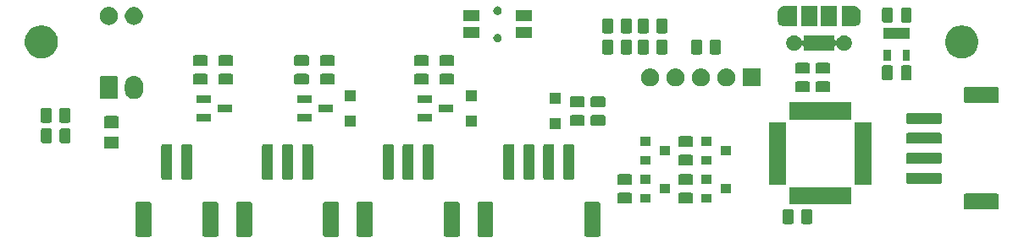
<source format=gbr>
G04 #@! TF.GenerationSoftware,KiCad,Pcbnew,(5.1.5)-3*
G04 #@! TF.CreationDate,2021-06-24T12:24:10-05:00*
G04 #@! TF.ProjectId,NevermoreController,4e657665-726d-46f7-9265-436f6e74726f,rev?*
G04 #@! TF.SameCoordinates,Original*
G04 #@! TF.FileFunction,Soldermask,Top*
G04 #@! TF.FilePolarity,Negative*
%FSLAX46Y46*%
G04 Gerber Fmt 4.6, Leading zero omitted, Abs format (unit mm)*
G04 Created by KiCad (PCBNEW (5.1.5)-3) date 2021-06-24 12:24:10*
%MOMM*%
%LPD*%
G04 APERTURE LIST*
%ADD10C,0.100000*%
G04 APERTURE END LIST*
D10*
G36*
X159727648Y-96053122D02*
G01*
X159761987Y-96063539D01*
X159793636Y-96080456D01*
X159821378Y-96103222D01*
X159844144Y-96130964D01*
X159861061Y-96162613D01*
X159871478Y-96196952D01*
X159875600Y-96238807D01*
X159875600Y-99361193D01*
X159871478Y-99403048D01*
X159861061Y-99437387D01*
X159844144Y-99469036D01*
X159821378Y-99496778D01*
X159793636Y-99519544D01*
X159761987Y-99536461D01*
X159727648Y-99546878D01*
X159685793Y-99551000D01*
X158463407Y-99551000D01*
X158421552Y-99546878D01*
X158387213Y-99536461D01*
X158355564Y-99519544D01*
X158327822Y-99496778D01*
X158305056Y-99469036D01*
X158288139Y-99437387D01*
X158277722Y-99403048D01*
X158273600Y-99361193D01*
X158273600Y-96238807D01*
X158277722Y-96196952D01*
X158288139Y-96162613D01*
X158305056Y-96130964D01*
X158327822Y-96103222D01*
X158355564Y-96080456D01*
X158387213Y-96063539D01*
X158421552Y-96053122D01*
X158463407Y-96049000D01*
X159685793Y-96049000D01*
X159727648Y-96053122D01*
G37*
G36*
X149027648Y-96053122D02*
G01*
X149061987Y-96063539D01*
X149093636Y-96080456D01*
X149121378Y-96103222D01*
X149144144Y-96130964D01*
X149161061Y-96162613D01*
X149171478Y-96196952D01*
X149175600Y-96238807D01*
X149175600Y-99361193D01*
X149171478Y-99403048D01*
X149161061Y-99437387D01*
X149144144Y-99469036D01*
X149121378Y-99496778D01*
X149093636Y-99519544D01*
X149061987Y-99536461D01*
X149027648Y-99546878D01*
X148985793Y-99551000D01*
X147763407Y-99551000D01*
X147721552Y-99546878D01*
X147687213Y-99536461D01*
X147655564Y-99519544D01*
X147627822Y-99496778D01*
X147605056Y-99469036D01*
X147588139Y-99437387D01*
X147577722Y-99403048D01*
X147573600Y-99361193D01*
X147573600Y-96238807D01*
X147577722Y-96196952D01*
X147588139Y-96162613D01*
X147605056Y-96130964D01*
X147627822Y-96103222D01*
X147655564Y-96080456D01*
X147687213Y-96063539D01*
X147721552Y-96053122D01*
X147763407Y-96049000D01*
X148985793Y-96049000D01*
X149027648Y-96053122D01*
G37*
G36*
X121541548Y-96053122D02*
G01*
X121575887Y-96063539D01*
X121607536Y-96080456D01*
X121635278Y-96103222D01*
X121658044Y-96130964D01*
X121674961Y-96162613D01*
X121685378Y-96196952D01*
X121689500Y-96238807D01*
X121689500Y-99361193D01*
X121685378Y-99403048D01*
X121674961Y-99437387D01*
X121658044Y-99469036D01*
X121635278Y-99496778D01*
X121607536Y-99519544D01*
X121575887Y-99536461D01*
X121541548Y-99546878D01*
X121499693Y-99551000D01*
X120277307Y-99551000D01*
X120235452Y-99546878D01*
X120201113Y-99536461D01*
X120169464Y-99519544D01*
X120141722Y-99496778D01*
X120118956Y-99469036D01*
X120102039Y-99437387D01*
X120091622Y-99403048D01*
X120087500Y-99361193D01*
X120087500Y-96238807D01*
X120091622Y-96196952D01*
X120102039Y-96162613D01*
X120118956Y-96130964D01*
X120141722Y-96103222D01*
X120169464Y-96080456D01*
X120201113Y-96063539D01*
X120235452Y-96053122D01*
X120277307Y-96049000D01*
X121499693Y-96049000D01*
X121541548Y-96053122D01*
G37*
G36*
X114841548Y-96053122D02*
G01*
X114875887Y-96063539D01*
X114907536Y-96080456D01*
X114935278Y-96103222D01*
X114958044Y-96130964D01*
X114974961Y-96162613D01*
X114985378Y-96196952D01*
X114989500Y-96238807D01*
X114989500Y-99361193D01*
X114985378Y-99403048D01*
X114974961Y-99437387D01*
X114958044Y-99469036D01*
X114935278Y-99496778D01*
X114907536Y-99519544D01*
X114875887Y-99536461D01*
X114841548Y-99546878D01*
X114799693Y-99551000D01*
X113577307Y-99551000D01*
X113535452Y-99546878D01*
X113501113Y-99536461D01*
X113469464Y-99519544D01*
X113441722Y-99496778D01*
X113418956Y-99469036D01*
X113402039Y-99437387D01*
X113391622Y-99403048D01*
X113387500Y-99361193D01*
X113387500Y-96238807D01*
X113391622Y-96196952D01*
X113402039Y-96162613D01*
X113418956Y-96130964D01*
X113441722Y-96103222D01*
X113469464Y-96080456D01*
X113501113Y-96063539D01*
X113535452Y-96053122D01*
X113577307Y-96049000D01*
X114799693Y-96049000D01*
X114841548Y-96053122D01*
G37*
G36*
X133603581Y-96053122D02*
G01*
X133637920Y-96063539D01*
X133669569Y-96080456D01*
X133697311Y-96103222D01*
X133720077Y-96130964D01*
X133736994Y-96162613D01*
X133747411Y-96196952D01*
X133751533Y-96238807D01*
X133751533Y-99361193D01*
X133747411Y-99403048D01*
X133736994Y-99437387D01*
X133720077Y-99469036D01*
X133697311Y-99496778D01*
X133669569Y-99519544D01*
X133637920Y-99536461D01*
X133603581Y-99546878D01*
X133561726Y-99551000D01*
X132339340Y-99551000D01*
X132297485Y-99546878D01*
X132263146Y-99536461D01*
X132231497Y-99519544D01*
X132203755Y-99496778D01*
X132180989Y-99469036D01*
X132164072Y-99437387D01*
X132153655Y-99403048D01*
X132149533Y-99361193D01*
X132149533Y-96238807D01*
X132153655Y-96196952D01*
X132164072Y-96162613D01*
X132180989Y-96130964D01*
X132203755Y-96103222D01*
X132231497Y-96080456D01*
X132263146Y-96063539D01*
X132297485Y-96053122D01*
X132339340Y-96049000D01*
X133561726Y-96049000D01*
X133603581Y-96053122D01*
G37*
G36*
X145665614Y-96053122D02*
G01*
X145699953Y-96063539D01*
X145731602Y-96080456D01*
X145759344Y-96103222D01*
X145782110Y-96130964D01*
X145799027Y-96162613D01*
X145809444Y-96196952D01*
X145813566Y-96238807D01*
X145813566Y-99361193D01*
X145809444Y-99403048D01*
X145799027Y-99437387D01*
X145782110Y-99469036D01*
X145759344Y-99496778D01*
X145731602Y-99519544D01*
X145699953Y-99536461D01*
X145665614Y-99546878D01*
X145623759Y-99551000D01*
X144401373Y-99551000D01*
X144359518Y-99546878D01*
X144325179Y-99536461D01*
X144293530Y-99519544D01*
X144265788Y-99496778D01*
X144243022Y-99469036D01*
X144226105Y-99437387D01*
X144215688Y-99403048D01*
X144211566Y-99361193D01*
X144211566Y-96238807D01*
X144215688Y-96196952D01*
X144226105Y-96162613D01*
X144243022Y-96130964D01*
X144265788Y-96103222D01*
X144293530Y-96080456D01*
X144325179Y-96063539D01*
X144359518Y-96053122D01*
X144401373Y-96049000D01*
X145623759Y-96049000D01*
X145665614Y-96053122D01*
G37*
G36*
X136965614Y-96053122D02*
G01*
X136999953Y-96063539D01*
X137031602Y-96080456D01*
X137059344Y-96103222D01*
X137082110Y-96130964D01*
X137099027Y-96162613D01*
X137109444Y-96196952D01*
X137113566Y-96238807D01*
X137113566Y-99361193D01*
X137109444Y-99403048D01*
X137099027Y-99437387D01*
X137082110Y-99469036D01*
X137059344Y-99496778D01*
X137031602Y-99519544D01*
X136999953Y-99536461D01*
X136965614Y-99546878D01*
X136923759Y-99551000D01*
X135701373Y-99551000D01*
X135659518Y-99546878D01*
X135625179Y-99536461D01*
X135593530Y-99519544D01*
X135565788Y-99496778D01*
X135543022Y-99469036D01*
X135526105Y-99437387D01*
X135515688Y-99403048D01*
X135511566Y-99361193D01*
X135511566Y-96238807D01*
X135515688Y-96196952D01*
X135526105Y-96162613D01*
X135543022Y-96130964D01*
X135565788Y-96103222D01*
X135593530Y-96080456D01*
X135625179Y-96063539D01*
X135659518Y-96053122D01*
X135701373Y-96049000D01*
X136923759Y-96049000D01*
X136965614Y-96053122D01*
G37*
G36*
X124903581Y-96053122D02*
G01*
X124937920Y-96063539D01*
X124969569Y-96080456D01*
X124997311Y-96103222D01*
X125020077Y-96130964D01*
X125036994Y-96162613D01*
X125047411Y-96196952D01*
X125051533Y-96238807D01*
X125051533Y-99361193D01*
X125047411Y-99403048D01*
X125036994Y-99437387D01*
X125020077Y-99469036D01*
X124997311Y-99496778D01*
X124969569Y-99519544D01*
X124937920Y-99536461D01*
X124903581Y-99546878D01*
X124861726Y-99551000D01*
X123639340Y-99551000D01*
X123597485Y-99546878D01*
X123563146Y-99536461D01*
X123531497Y-99519544D01*
X123503755Y-99496778D01*
X123480989Y-99469036D01*
X123464072Y-99437387D01*
X123453655Y-99403048D01*
X123449533Y-99361193D01*
X123449533Y-96238807D01*
X123453655Y-96196952D01*
X123464072Y-96162613D01*
X123480989Y-96130964D01*
X123503755Y-96103222D01*
X123531497Y-96080456D01*
X123563146Y-96063539D01*
X123597485Y-96053122D01*
X123639340Y-96049000D01*
X124861726Y-96049000D01*
X124903581Y-96053122D01*
G37*
G36*
X179012468Y-96789565D02*
G01*
X179051138Y-96801296D01*
X179086777Y-96820346D01*
X179118017Y-96845983D01*
X179143654Y-96877223D01*
X179162704Y-96912862D01*
X179174435Y-96951532D01*
X179179000Y-96997888D01*
X179179000Y-98074112D01*
X179174435Y-98120468D01*
X179162704Y-98159138D01*
X179143654Y-98194777D01*
X179118017Y-98226017D01*
X179086777Y-98251654D01*
X179051138Y-98270704D01*
X179012468Y-98282435D01*
X178966112Y-98287000D01*
X178314888Y-98287000D01*
X178268532Y-98282435D01*
X178229862Y-98270704D01*
X178194223Y-98251654D01*
X178162983Y-98226017D01*
X178137346Y-98194777D01*
X178118296Y-98159138D01*
X178106565Y-98120468D01*
X178102000Y-98074112D01*
X178102000Y-96997888D01*
X178106565Y-96951532D01*
X178118296Y-96912862D01*
X178137346Y-96877223D01*
X178162983Y-96845983D01*
X178194223Y-96820346D01*
X178229862Y-96801296D01*
X178268532Y-96789565D01*
X178314888Y-96785000D01*
X178966112Y-96785000D01*
X179012468Y-96789565D01*
G37*
G36*
X180887468Y-96789565D02*
G01*
X180926138Y-96801296D01*
X180961777Y-96820346D01*
X180993017Y-96845983D01*
X181018654Y-96877223D01*
X181037704Y-96912862D01*
X181049435Y-96951532D01*
X181054000Y-96997888D01*
X181054000Y-98074112D01*
X181049435Y-98120468D01*
X181037704Y-98159138D01*
X181018654Y-98194777D01*
X180993017Y-98226017D01*
X180961777Y-98251654D01*
X180926138Y-98270704D01*
X180887468Y-98282435D01*
X180841112Y-98287000D01*
X180189888Y-98287000D01*
X180143532Y-98282435D01*
X180104862Y-98270704D01*
X180069223Y-98251654D01*
X180037983Y-98226017D01*
X180012346Y-98194777D01*
X179993296Y-98159138D01*
X179981565Y-98120468D01*
X179977000Y-98074112D01*
X179977000Y-96997888D01*
X179981565Y-96951532D01*
X179993296Y-96912862D01*
X180012346Y-96877223D01*
X180037983Y-96845983D01*
X180069223Y-96820346D01*
X180104862Y-96801296D01*
X180143532Y-96789565D01*
X180189888Y-96785000D01*
X180841112Y-96785000D01*
X180887468Y-96789565D01*
G37*
G36*
X199575048Y-95231122D02*
G01*
X199609387Y-95241539D01*
X199641036Y-95258456D01*
X199668778Y-95281222D01*
X199691544Y-95308964D01*
X199708461Y-95340613D01*
X199718878Y-95374952D01*
X199723000Y-95416807D01*
X199723000Y-96639193D01*
X199718878Y-96681048D01*
X199708461Y-96715387D01*
X199691544Y-96747036D01*
X199668778Y-96774778D01*
X199641036Y-96797544D01*
X199609387Y-96814461D01*
X199575048Y-96824878D01*
X199533193Y-96829000D01*
X196410807Y-96829000D01*
X196368952Y-96824878D01*
X196334613Y-96814461D01*
X196302964Y-96797544D01*
X196275222Y-96774778D01*
X196252456Y-96747036D01*
X196235539Y-96715387D01*
X196225122Y-96681048D01*
X196221000Y-96639193D01*
X196221000Y-95416807D01*
X196225122Y-95374952D01*
X196235539Y-95340613D01*
X196252456Y-95308964D01*
X196275222Y-95281222D01*
X196302964Y-95258456D01*
X196334613Y-95241539D01*
X196368952Y-95231122D01*
X196410807Y-95227000D01*
X199533193Y-95227000D01*
X199575048Y-95231122D01*
G37*
G36*
X184990000Y-96287000D02*
G01*
X178738000Y-96287000D01*
X178738000Y-94585000D01*
X184990000Y-94585000D01*
X184990000Y-96287000D01*
G37*
G36*
X168986468Y-95145565D02*
G01*
X169025138Y-95157296D01*
X169060777Y-95176346D01*
X169092017Y-95201983D01*
X169117654Y-95233223D01*
X169136704Y-95268862D01*
X169148435Y-95307532D01*
X169153000Y-95353888D01*
X169153000Y-96005112D01*
X169148435Y-96051468D01*
X169136704Y-96090138D01*
X169117654Y-96125777D01*
X169092017Y-96157017D01*
X169060777Y-96182654D01*
X169025138Y-96201704D01*
X168986468Y-96213435D01*
X168940112Y-96218000D01*
X167863888Y-96218000D01*
X167817532Y-96213435D01*
X167778862Y-96201704D01*
X167743223Y-96182654D01*
X167711983Y-96157017D01*
X167686346Y-96125777D01*
X167667296Y-96090138D01*
X167655565Y-96051468D01*
X167651000Y-96005112D01*
X167651000Y-95353888D01*
X167655565Y-95307532D01*
X167667296Y-95268862D01*
X167686346Y-95233223D01*
X167711983Y-95201983D01*
X167743223Y-95176346D01*
X167778862Y-95157296D01*
X167817532Y-95145565D01*
X167863888Y-95141000D01*
X168940112Y-95141000D01*
X168986468Y-95145565D01*
G37*
G36*
X162890468Y-95145565D02*
G01*
X162929138Y-95157296D01*
X162964777Y-95176346D01*
X162996017Y-95201983D01*
X163021654Y-95233223D01*
X163040704Y-95268862D01*
X163052435Y-95307532D01*
X163057000Y-95353888D01*
X163057000Y-96005112D01*
X163052435Y-96051468D01*
X163040704Y-96090138D01*
X163021654Y-96125777D01*
X162996017Y-96157017D01*
X162964777Y-96182654D01*
X162929138Y-96201704D01*
X162890468Y-96213435D01*
X162844112Y-96218000D01*
X161767888Y-96218000D01*
X161721532Y-96213435D01*
X161682862Y-96201704D01*
X161647223Y-96182654D01*
X161615983Y-96157017D01*
X161590346Y-96125777D01*
X161571296Y-96090138D01*
X161559565Y-96051468D01*
X161555000Y-96005112D01*
X161555000Y-95353888D01*
X161559565Y-95307532D01*
X161571296Y-95268862D01*
X161590346Y-95233223D01*
X161615983Y-95201983D01*
X161647223Y-95176346D01*
X161682862Y-95157296D01*
X161721532Y-95145565D01*
X161767888Y-95141000D01*
X162844112Y-95141000D01*
X162890468Y-95145565D01*
G37*
G36*
X164855000Y-96143000D02*
G01*
X163853000Y-96143000D01*
X163853000Y-95241000D01*
X164855000Y-95241000D01*
X164855000Y-96143000D01*
G37*
G36*
X170951000Y-96143000D02*
G01*
X169949000Y-96143000D01*
X169949000Y-95241000D01*
X170951000Y-95241000D01*
X170951000Y-96143000D01*
G37*
G36*
X166855000Y-95193000D02*
G01*
X165853000Y-95193000D01*
X165853000Y-94291000D01*
X166855000Y-94291000D01*
X166855000Y-95193000D01*
G37*
G36*
X172951000Y-95193000D02*
G01*
X171949000Y-95193000D01*
X171949000Y-94291000D01*
X172951000Y-94291000D01*
X172951000Y-95193000D01*
G37*
G36*
X162890468Y-93270565D02*
G01*
X162929138Y-93282296D01*
X162964777Y-93301346D01*
X162996017Y-93326983D01*
X163021654Y-93358223D01*
X163040704Y-93393862D01*
X163052435Y-93432532D01*
X163057000Y-93478888D01*
X163057000Y-94130112D01*
X163052435Y-94176468D01*
X163040704Y-94215138D01*
X163021654Y-94250777D01*
X162996017Y-94282017D01*
X162964777Y-94307654D01*
X162929138Y-94326704D01*
X162890468Y-94338435D01*
X162844112Y-94343000D01*
X161767888Y-94343000D01*
X161721532Y-94338435D01*
X161682862Y-94326704D01*
X161647223Y-94307654D01*
X161615983Y-94282017D01*
X161590346Y-94250777D01*
X161571296Y-94215138D01*
X161559565Y-94176468D01*
X161555000Y-94130112D01*
X161555000Y-93478888D01*
X161559565Y-93432532D01*
X161571296Y-93393862D01*
X161590346Y-93358223D01*
X161615983Y-93326983D01*
X161647223Y-93301346D01*
X161682862Y-93282296D01*
X161721532Y-93270565D01*
X161767888Y-93266000D01*
X162844112Y-93266000D01*
X162890468Y-93270565D01*
G37*
G36*
X168986468Y-93270565D02*
G01*
X169025138Y-93282296D01*
X169060777Y-93301346D01*
X169092017Y-93326983D01*
X169117654Y-93358223D01*
X169136704Y-93393862D01*
X169148435Y-93432532D01*
X169153000Y-93478888D01*
X169153000Y-94130112D01*
X169148435Y-94176468D01*
X169136704Y-94215138D01*
X169117654Y-94250777D01*
X169092017Y-94282017D01*
X169060777Y-94307654D01*
X169025138Y-94326704D01*
X168986468Y-94338435D01*
X168940112Y-94343000D01*
X167863888Y-94343000D01*
X167817532Y-94338435D01*
X167778862Y-94326704D01*
X167743223Y-94307654D01*
X167711983Y-94282017D01*
X167686346Y-94250777D01*
X167667296Y-94215138D01*
X167655565Y-94176468D01*
X167651000Y-94130112D01*
X167651000Y-93478888D01*
X167655565Y-93432532D01*
X167667296Y-93393862D01*
X167686346Y-93358223D01*
X167711983Y-93326983D01*
X167743223Y-93301346D01*
X167778862Y-93282296D01*
X167817532Y-93270565D01*
X167863888Y-93266000D01*
X168940112Y-93266000D01*
X168986468Y-93270565D01*
G37*
G36*
X178465000Y-94312000D02*
G01*
X176763000Y-94312000D01*
X176763000Y-88060000D01*
X178465000Y-88060000D01*
X178465000Y-94312000D01*
G37*
G36*
X186965000Y-94312000D02*
G01*
X185263000Y-94312000D01*
X185263000Y-88060000D01*
X186965000Y-88060000D01*
X186965000Y-94312000D01*
G37*
G36*
X164855000Y-94243000D02*
G01*
X163853000Y-94243000D01*
X163853000Y-93341000D01*
X164855000Y-93341000D01*
X164855000Y-94243000D01*
G37*
G36*
X170951000Y-94243000D02*
G01*
X169949000Y-94243000D01*
X169949000Y-93341000D01*
X170951000Y-93341000D01*
X170951000Y-94243000D01*
G37*
G36*
X193851434Y-93131686D02*
G01*
X193891284Y-93143774D01*
X193927999Y-93163399D01*
X193960186Y-93189814D01*
X193986601Y-93222001D01*
X194006226Y-93258716D01*
X194018314Y-93298566D01*
X194023000Y-93346141D01*
X194023000Y-94009859D01*
X194018314Y-94057434D01*
X194006226Y-94097284D01*
X193986601Y-94133999D01*
X193960186Y-94166186D01*
X193927999Y-94192601D01*
X193891284Y-94212226D01*
X193851434Y-94224314D01*
X193803859Y-94229000D01*
X190640141Y-94229000D01*
X190592566Y-94224314D01*
X190552716Y-94212226D01*
X190516001Y-94192601D01*
X190483814Y-94166186D01*
X190457399Y-94133999D01*
X190437774Y-94097284D01*
X190425686Y-94057434D01*
X190421000Y-94009859D01*
X190421000Y-93346141D01*
X190425686Y-93298566D01*
X190437774Y-93258716D01*
X190457399Y-93222001D01*
X190483814Y-93189814D01*
X190516001Y-93163399D01*
X190552716Y-93143774D01*
X190592566Y-93131686D01*
X190640141Y-93127000D01*
X193803859Y-93127000D01*
X193851434Y-93131686D01*
G37*
G36*
X116917934Y-90253686D02*
G01*
X116957784Y-90265774D01*
X116994499Y-90285399D01*
X117026686Y-90311814D01*
X117053101Y-90344001D01*
X117072726Y-90380716D01*
X117084814Y-90420566D01*
X117089500Y-90468141D01*
X117089500Y-93631859D01*
X117084814Y-93679434D01*
X117072726Y-93719284D01*
X117053101Y-93755999D01*
X117026686Y-93788186D01*
X116994499Y-93814601D01*
X116957784Y-93834226D01*
X116917934Y-93846314D01*
X116870359Y-93851000D01*
X116206641Y-93851000D01*
X116159066Y-93846314D01*
X116119216Y-93834226D01*
X116082501Y-93814601D01*
X116050314Y-93788186D01*
X116023899Y-93755999D01*
X116004274Y-93719284D01*
X115992186Y-93679434D01*
X115987500Y-93631859D01*
X115987500Y-90468141D01*
X115992186Y-90420566D01*
X116004274Y-90380716D01*
X116023899Y-90344001D01*
X116050314Y-90311814D01*
X116082501Y-90285399D01*
X116119216Y-90265774D01*
X116159066Y-90253686D01*
X116206641Y-90249000D01*
X116870359Y-90249000D01*
X116917934Y-90253686D01*
G37*
G36*
X118917934Y-90253686D02*
G01*
X118957784Y-90265774D01*
X118994499Y-90285399D01*
X119026686Y-90311814D01*
X119053101Y-90344001D01*
X119072726Y-90380716D01*
X119084814Y-90420566D01*
X119089500Y-90468141D01*
X119089500Y-93631859D01*
X119084814Y-93679434D01*
X119072726Y-93719284D01*
X119053101Y-93755999D01*
X119026686Y-93788186D01*
X118994499Y-93814601D01*
X118957784Y-93834226D01*
X118917934Y-93846314D01*
X118870359Y-93851000D01*
X118206641Y-93851000D01*
X118159066Y-93846314D01*
X118119216Y-93834226D01*
X118082501Y-93814601D01*
X118050314Y-93788186D01*
X118023899Y-93755999D01*
X118004274Y-93719284D01*
X117992186Y-93679434D01*
X117987500Y-93631859D01*
X117987500Y-90468141D01*
X117992186Y-90420566D01*
X118004274Y-90380716D01*
X118023899Y-90344001D01*
X118050314Y-90311814D01*
X118082501Y-90285399D01*
X118119216Y-90265774D01*
X118159066Y-90253686D01*
X118206641Y-90249000D01*
X118870359Y-90249000D01*
X118917934Y-90253686D01*
G37*
G36*
X157104034Y-90253686D02*
G01*
X157143884Y-90265774D01*
X157180599Y-90285399D01*
X157212786Y-90311814D01*
X157239201Y-90344001D01*
X157258826Y-90380716D01*
X157270914Y-90420566D01*
X157275600Y-90468141D01*
X157275600Y-93631859D01*
X157270914Y-93679434D01*
X157258826Y-93719284D01*
X157239201Y-93755999D01*
X157212786Y-93788186D01*
X157180599Y-93814601D01*
X157143884Y-93834226D01*
X157104034Y-93846314D01*
X157056459Y-93851000D01*
X156392741Y-93851000D01*
X156345166Y-93846314D01*
X156305316Y-93834226D01*
X156268601Y-93814601D01*
X156236414Y-93788186D01*
X156209999Y-93755999D01*
X156190374Y-93719284D01*
X156178286Y-93679434D01*
X156173600Y-93631859D01*
X156173600Y-90468141D01*
X156178286Y-90420566D01*
X156190374Y-90380716D01*
X156209999Y-90344001D01*
X156236414Y-90311814D01*
X156268601Y-90285399D01*
X156305316Y-90265774D01*
X156345166Y-90253686D01*
X156392741Y-90249000D01*
X157056459Y-90249000D01*
X157104034Y-90253686D01*
G37*
G36*
X155104034Y-90253686D02*
G01*
X155143884Y-90265774D01*
X155180599Y-90285399D01*
X155212786Y-90311814D01*
X155239201Y-90344001D01*
X155258826Y-90380716D01*
X155270914Y-90420566D01*
X155275600Y-90468141D01*
X155275600Y-93631859D01*
X155270914Y-93679434D01*
X155258826Y-93719284D01*
X155239201Y-93755999D01*
X155212786Y-93788186D01*
X155180599Y-93814601D01*
X155143884Y-93834226D01*
X155104034Y-93846314D01*
X155056459Y-93851000D01*
X154392741Y-93851000D01*
X154345166Y-93846314D01*
X154305316Y-93834226D01*
X154268601Y-93814601D01*
X154236414Y-93788186D01*
X154209999Y-93755999D01*
X154190374Y-93719284D01*
X154178286Y-93679434D01*
X154173600Y-93631859D01*
X154173600Y-90468141D01*
X154178286Y-90420566D01*
X154190374Y-90380716D01*
X154209999Y-90344001D01*
X154236414Y-90311814D01*
X154268601Y-90285399D01*
X154305316Y-90265774D01*
X154345166Y-90253686D01*
X154392741Y-90249000D01*
X155056459Y-90249000D01*
X155104034Y-90253686D01*
G37*
G36*
X153104034Y-90253686D02*
G01*
X153143884Y-90265774D01*
X153180599Y-90285399D01*
X153212786Y-90311814D01*
X153239201Y-90344001D01*
X153258826Y-90380716D01*
X153270914Y-90420566D01*
X153275600Y-90468141D01*
X153275600Y-93631859D01*
X153270914Y-93679434D01*
X153258826Y-93719284D01*
X153239201Y-93755999D01*
X153212786Y-93788186D01*
X153180599Y-93814601D01*
X153143884Y-93834226D01*
X153104034Y-93846314D01*
X153056459Y-93851000D01*
X152392741Y-93851000D01*
X152345166Y-93846314D01*
X152305316Y-93834226D01*
X152268601Y-93814601D01*
X152236414Y-93788186D01*
X152209999Y-93755999D01*
X152190374Y-93719284D01*
X152178286Y-93679434D01*
X152173600Y-93631859D01*
X152173600Y-90468141D01*
X152178286Y-90420566D01*
X152190374Y-90380716D01*
X152209999Y-90344001D01*
X152236414Y-90311814D01*
X152268601Y-90285399D01*
X152305316Y-90265774D01*
X152345166Y-90253686D01*
X152392741Y-90249000D01*
X153056459Y-90249000D01*
X153104034Y-90253686D01*
G37*
G36*
X130979967Y-90253686D02*
G01*
X131019817Y-90265774D01*
X131056532Y-90285399D01*
X131088719Y-90311814D01*
X131115134Y-90344001D01*
X131134759Y-90380716D01*
X131146847Y-90420566D01*
X131151533Y-90468141D01*
X131151533Y-93631859D01*
X131146847Y-93679434D01*
X131134759Y-93719284D01*
X131115134Y-93755999D01*
X131088719Y-93788186D01*
X131056532Y-93814601D01*
X131019817Y-93834226D01*
X130979967Y-93846314D01*
X130932392Y-93851000D01*
X130268674Y-93851000D01*
X130221099Y-93846314D01*
X130181249Y-93834226D01*
X130144534Y-93814601D01*
X130112347Y-93788186D01*
X130085932Y-93755999D01*
X130066307Y-93719284D01*
X130054219Y-93679434D01*
X130049533Y-93631859D01*
X130049533Y-90468141D01*
X130054219Y-90420566D01*
X130066307Y-90380716D01*
X130085932Y-90344001D01*
X130112347Y-90311814D01*
X130144534Y-90285399D01*
X130181249Y-90265774D01*
X130221099Y-90253686D01*
X130268674Y-90249000D01*
X130932392Y-90249000D01*
X130979967Y-90253686D01*
G37*
G36*
X126979967Y-90253686D02*
G01*
X127019817Y-90265774D01*
X127056532Y-90285399D01*
X127088719Y-90311814D01*
X127115134Y-90344001D01*
X127134759Y-90380716D01*
X127146847Y-90420566D01*
X127151533Y-90468141D01*
X127151533Y-93631859D01*
X127146847Y-93679434D01*
X127134759Y-93719284D01*
X127115134Y-93755999D01*
X127088719Y-93788186D01*
X127056532Y-93814601D01*
X127019817Y-93834226D01*
X126979967Y-93846314D01*
X126932392Y-93851000D01*
X126268674Y-93851000D01*
X126221099Y-93846314D01*
X126181249Y-93834226D01*
X126144534Y-93814601D01*
X126112347Y-93788186D01*
X126085932Y-93755999D01*
X126066307Y-93719284D01*
X126054219Y-93679434D01*
X126049533Y-93631859D01*
X126049533Y-90468141D01*
X126054219Y-90420566D01*
X126066307Y-90380716D01*
X126085932Y-90344001D01*
X126112347Y-90311814D01*
X126144534Y-90285399D01*
X126181249Y-90265774D01*
X126221099Y-90253686D01*
X126268674Y-90249000D01*
X126932392Y-90249000D01*
X126979967Y-90253686D01*
G37*
G36*
X128979967Y-90253686D02*
G01*
X129019817Y-90265774D01*
X129056532Y-90285399D01*
X129088719Y-90311814D01*
X129115134Y-90344001D01*
X129134759Y-90380716D01*
X129146847Y-90420566D01*
X129151533Y-90468141D01*
X129151533Y-93631859D01*
X129146847Y-93679434D01*
X129134759Y-93719284D01*
X129115134Y-93755999D01*
X129088719Y-93788186D01*
X129056532Y-93814601D01*
X129019817Y-93834226D01*
X128979967Y-93846314D01*
X128932392Y-93851000D01*
X128268674Y-93851000D01*
X128221099Y-93846314D01*
X128181249Y-93834226D01*
X128144534Y-93814601D01*
X128112347Y-93788186D01*
X128085932Y-93755999D01*
X128066307Y-93719284D01*
X128054219Y-93679434D01*
X128049533Y-93631859D01*
X128049533Y-90468141D01*
X128054219Y-90420566D01*
X128066307Y-90380716D01*
X128085932Y-90344001D01*
X128112347Y-90311814D01*
X128144534Y-90285399D01*
X128181249Y-90265774D01*
X128221099Y-90253686D01*
X128268674Y-90249000D01*
X128932392Y-90249000D01*
X128979967Y-90253686D01*
G37*
G36*
X143042000Y-90253686D02*
G01*
X143081850Y-90265774D01*
X143118565Y-90285399D01*
X143150752Y-90311814D01*
X143177167Y-90344001D01*
X143196792Y-90380716D01*
X143208880Y-90420566D01*
X143213566Y-90468141D01*
X143213566Y-93631859D01*
X143208880Y-93679434D01*
X143196792Y-93719284D01*
X143177167Y-93755999D01*
X143150752Y-93788186D01*
X143118565Y-93814601D01*
X143081850Y-93834226D01*
X143042000Y-93846314D01*
X142994425Y-93851000D01*
X142330707Y-93851000D01*
X142283132Y-93846314D01*
X142243282Y-93834226D01*
X142206567Y-93814601D01*
X142174380Y-93788186D01*
X142147965Y-93755999D01*
X142128340Y-93719284D01*
X142116252Y-93679434D01*
X142111566Y-93631859D01*
X142111566Y-90468141D01*
X142116252Y-90420566D01*
X142128340Y-90380716D01*
X142147965Y-90344001D01*
X142174380Y-90311814D01*
X142206567Y-90285399D01*
X142243282Y-90265774D01*
X142283132Y-90253686D01*
X142330707Y-90249000D01*
X142994425Y-90249000D01*
X143042000Y-90253686D01*
G37*
G36*
X141042000Y-90253686D02*
G01*
X141081850Y-90265774D01*
X141118565Y-90285399D01*
X141150752Y-90311814D01*
X141177167Y-90344001D01*
X141196792Y-90380716D01*
X141208880Y-90420566D01*
X141213566Y-90468141D01*
X141213566Y-93631859D01*
X141208880Y-93679434D01*
X141196792Y-93719284D01*
X141177167Y-93755999D01*
X141150752Y-93788186D01*
X141118565Y-93814601D01*
X141081850Y-93834226D01*
X141042000Y-93846314D01*
X140994425Y-93851000D01*
X140330707Y-93851000D01*
X140283132Y-93846314D01*
X140243282Y-93834226D01*
X140206567Y-93814601D01*
X140174380Y-93788186D01*
X140147965Y-93755999D01*
X140128340Y-93719284D01*
X140116252Y-93679434D01*
X140111566Y-93631859D01*
X140111566Y-90468141D01*
X140116252Y-90420566D01*
X140128340Y-90380716D01*
X140147965Y-90344001D01*
X140174380Y-90311814D01*
X140206567Y-90285399D01*
X140243282Y-90265774D01*
X140283132Y-90253686D01*
X140330707Y-90249000D01*
X140994425Y-90249000D01*
X141042000Y-90253686D01*
G37*
G36*
X139042000Y-90253686D02*
G01*
X139081850Y-90265774D01*
X139118565Y-90285399D01*
X139150752Y-90311814D01*
X139177167Y-90344001D01*
X139196792Y-90380716D01*
X139208880Y-90420566D01*
X139213566Y-90468141D01*
X139213566Y-93631859D01*
X139208880Y-93679434D01*
X139196792Y-93719284D01*
X139177167Y-93755999D01*
X139150752Y-93788186D01*
X139118565Y-93814601D01*
X139081850Y-93834226D01*
X139042000Y-93846314D01*
X138994425Y-93851000D01*
X138330707Y-93851000D01*
X138283132Y-93846314D01*
X138243282Y-93834226D01*
X138206567Y-93814601D01*
X138174380Y-93788186D01*
X138147965Y-93755999D01*
X138128340Y-93719284D01*
X138116252Y-93679434D01*
X138111566Y-93631859D01*
X138111566Y-90468141D01*
X138116252Y-90420566D01*
X138128340Y-90380716D01*
X138147965Y-90344001D01*
X138174380Y-90311814D01*
X138206567Y-90285399D01*
X138243282Y-90265774D01*
X138283132Y-90253686D01*
X138330707Y-90249000D01*
X138994425Y-90249000D01*
X139042000Y-90253686D01*
G37*
G36*
X151104034Y-90253686D02*
G01*
X151143884Y-90265774D01*
X151180599Y-90285399D01*
X151212786Y-90311814D01*
X151239201Y-90344001D01*
X151258826Y-90380716D01*
X151270914Y-90420566D01*
X151275600Y-90468141D01*
X151275600Y-93631859D01*
X151270914Y-93679434D01*
X151258826Y-93719284D01*
X151239201Y-93755999D01*
X151212786Y-93788186D01*
X151180599Y-93814601D01*
X151143884Y-93834226D01*
X151104034Y-93846314D01*
X151056459Y-93851000D01*
X150392741Y-93851000D01*
X150345166Y-93846314D01*
X150305316Y-93834226D01*
X150268601Y-93814601D01*
X150236414Y-93788186D01*
X150209999Y-93755999D01*
X150190374Y-93719284D01*
X150178286Y-93679434D01*
X150173600Y-93631859D01*
X150173600Y-90468141D01*
X150178286Y-90420566D01*
X150190374Y-90380716D01*
X150209999Y-90344001D01*
X150236414Y-90311814D01*
X150268601Y-90285399D01*
X150305316Y-90265774D01*
X150345166Y-90253686D01*
X150392741Y-90249000D01*
X151056459Y-90249000D01*
X151104034Y-90253686D01*
G37*
G36*
X168986468Y-91335565D02*
G01*
X169025138Y-91347296D01*
X169060777Y-91366346D01*
X169092017Y-91391983D01*
X169117654Y-91423223D01*
X169136704Y-91458862D01*
X169148435Y-91497532D01*
X169153000Y-91543888D01*
X169153000Y-92195112D01*
X169148435Y-92241468D01*
X169136704Y-92280138D01*
X169117654Y-92315777D01*
X169092017Y-92347017D01*
X169060777Y-92372654D01*
X169025138Y-92391704D01*
X168986468Y-92403435D01*
X168940112Y-92408000D01*
X167863888Y-92408000D01*
X167817532Y-92403435D01*
X167778862Y-92391704D01*
X167743223Y-92372654D01*
X167711983Y-92347017D01*
X167686346Y-92315777D01*
X167667296Y-92280138D01*
X167655565Y-92241468D01*
X167651000Y-92195112D01*
X167651000Y-91543888D01*
X167655565Y-91497532D01*
X167667296Y-91458862D01*
X167686346Y-91423223D01*
X167711983Y-91391983D01*
X167743223Y-91366346D01*
X167778862Y-91347296D01*
X167817532Y-91335565D01*
X167863888Y-91331000D01*
X168940112Y-91331000D01*
X168986468Y-91335565D01*
G37*
G36*
X164855000Y-92333000D02*
G01*
X163853000Y-92333000D01*
X163853000Y-91431000D01*
X164855000Y-91431000D01*
X164855000Y-92333000D01*
G37*
G36*
X170951000Y-92333000D02*
G01*
X169949000Y-92333000D01*
X169949000Y-91431000D01*
X170951000Y-91431000D01*
X170951000Y-92333000D01*
G37*
G36*
X193851434Y-91131686D02*
G01*
X193891284Y-91143774D01*
X193927999Y-91163399D01*
X193960186Y-91189814D01*
X193986601Y-91222001D01*
X194006226Y-91258716D01*
X194018314Y-91298566D01*
X194023000Y-91346141D01*
X194023000Y-92009859D01*
X194018314Y-92057434D01*
X194006226Y-92097284D01*
X193986601Y-92133999D01*
X193960186Y-92166186D01*
X193927999Y-92192601D01*
X193891284Y-92212226D01*
X193851434Y-92224314D01*
X193803859Y-92229000D01*
X190640141Y-92229000D01*
X190592566Y-92224314D01*
X190552716Y-92212226D01*
X190516001Y-92192601D01*
X190483814Y-92166186D01*
X190457399Y-92133999D01*
X190437774Y-92097284D01*
X190425686Y-92057434D01*
X190421000Y-92009859D01*
X190421000Y-91346141D01*
X190425686Y-91298566D01*
X190437774Y-91258716D01*
X190457399Y-91222001D01*
X190483814Y-91189814D01*
X190516001Y-91163399D01*
X190552716Y-91143774D01*
X190592566Y-91131686D01*
X190640141Y-91127000D01*
X193803859Y-91127000D01*
X193851434Y-91131686D01*
G37*
G36*
X172951000Y-91383000D02*
G01*
X171949000Y-91383000D01*
X171949000Y-90481000D01*
X172951000Y-90481000D01*
X172951000Y-91383000D01*
G37*
G36*
X166855000Y-91383000D02*
G01*
X165853000Y-91383000D01*
X165853000Y-90481000D01*
X166855000Y-90481000D01*
X166855000Y-91383000D01*
G37*
G36*
X111586674Y-89484965D02*
G01*
X111624367Y-89496399D01*
X111659103Y-89514966D01*
X111689548Y-89539952D01*
X111714534Y-89570397D01*
X111733101Y-89605133D01*
X111744535Y-89642826D01*
X111749000Y-89688161D01*
X111749000Y-90524839D01*
X111744535Y-90570174D01*
X111733101Y-90607867D01*
X111714534Y-90642603D01*
X111689548Y-90673048D01*
X111659103Y-90698034D01*
X111624367Y-90716601D01*
X111586674Y-90728035D01*
X111541339Y-90732500D01*
X110454661Y-90732500D01*
X110409326Y-90728035D01*
X110371633Y-90716601D01*
X110336897Y-90698034D01*
X110306452Y-90673048D01*
X110281466Y-90642603D01*
X110262899Y-90607867D01*
X110251465Y-90570174D01*
X110247000Y-90524839D01*
X110247000Y-89688161D01*
X110251465Y-89642826D01*
X110262899Y-89605133D01*
X110281466Y-89570397D01*
X110306452Y-89539952D01*
X110336897Y-89514966D01*
X110371633Y-89496399D01*
X110409326Y-89484965D01*
X110454661Y-89480500D01*
X111541339Y-89480500D01*
X111586674Y-89484965D01*
G37*
G36*
X168986468Y-89460565D02*
G01*
X169025138Y-89472296D01*
X169060777Y-89491346D01*
X169092017Y-89516983D01*
X169117654Y-89548223D01*
X169136704Y-89583862D01*
X169148435Y-89622532D01*
X169153000Y-89668888D01*
X169153000Y-90320112D01*
X169148435Y-90366468D01*
X169136704Y-90405138D01*
X169117654Y-90440777D01*
X169092017Y-90472017D01*
X169060777Y-90497654D01*
X169025138Y-90516704D01*
X168986468Y-90528435D01*
X168940112Y-90533000D01*
X167863888Y-90533000D01*
X167817532Y-90528435D01*
X167778862Y-90516704D01*
X167743223Y-90497654D01*
X167711983Y-90472017D01*
X167686346Y-90440777D01*
X167667296Y-90405138D01*
X167655565Y-90366468D01*
X167651000Y-90320112D01*
X167651000Y-89668888D01*
X167655565Y-89622532D01*
X167667296Y-89583862D01*
X167686346Y-89548223D01*
X167711983Y-89516983D01*
X167743223Y-89491346D01*
X167778862Y-89472296D01*
X167817532Y-89460565D01*
X167863888Y-89456000D01*
X168940112Y-89456000D01*
X168986468Y-89460565D01*
G37*
G36*
X164855000Y-90433000D02*
G01*
X163853000Y-90433000D01*
X163853000Y-89531000D01*
X164855000Y-89531000D01*
X164855000Y-90433000D01*
G37*
G36*
X170951000Y-90433000D02*
G01*
X169949000Y-90433000D01*
X169949000Y-89531000D01*
X170951000Y-89531000D01*
X170951000Y-90433000D01*
G37*
G36*
X193851434Y-89131686D02*
G01*
X193891284Y-89143774D01*
X193927999Y-89163399D01*
X193960186Y-89189814D01*
X193986601Y-89222001D01*
X194006226Y-89258716D01*
X194018314Y-89298566D01*
X194023000Y-89346141D01*
X194023000Y-90009859D01*
X194018314Y-90057434D01*
X194006226Y-90097284D01*
X193986601Y-90133999D01*
X193960186Y-90166186D01*
X193927999Y-90192601D01*
X193891284Y-90212226D01*
X193851434Y-90224314D01*
X193803859Y-90229000D01*
X190640141Y-90229000D01*
X190592566Y-90224314D01*
X190552716Y-90212226D01*
X190516001Y-90192601D01*
X190483814Y-90166186D01*
X190457399Y-90133999D01*
X190437774Y-90097284D01*
X190425686Y-90057434D01*
X190421000Y-90009859D01*
X190421000Y-89346141D01*
X190425686Y-89298566D01*
X190437774Y-89258716D01*
X190457399Y-89222001D01*
X190483814Y-89189814D01*
X190516001Y-89163399D01*
X190552716Y-89143774D01*
X190592566Y-89131686D01*
X190640141Y-89127000D01*
X193803859Y-89127000D01*
X193851434Y-89131686D01*
G37*
G36*
X106739468Y-88661565D02*
G01*
X106778138Y-88673296D01*
X106813777Y-88692346D01*
X106845017Y-88717983D01*
X106870654Y-88749223D01*
X106889704Y-88784862D01*
X106901435Y-88823532D01*
X106906000Y-88869888D01*
X106906000Y-89946112D01*
X106901435Y-89992468D01*
X106889704Y-90031138D01*
X106870654Y-90066777D01*
X106845017Y-90098017D01*
X106813777Y-90123654D01*
X106778138Y-90142704D01*
X106739468Y-90154435D01*
X106693112Y-90159000D01*
X106041888Y-90159000D01*
X105995532Y-90154435D01*
X105956862Y-90142704D01*
X105921223Y-90123654D01*
X105889983Y-90098017D01*
X105864346Y-90066777D01*
X105845296Y-90031138D01*
X105833565Y-89992468D01*
X105829000Y-89946112D01*
X105829000Y-88869888D01*
X105833565Y-88823532D01*
X105845296Y-88784862D01*
X105864346Y-88749223D01*
X105889983Y-88717983D01*
X105921223Y-88692346D01*
X105956862Y-88673296D01*
X105995532Y-88661565D01*
X106041888Y-88657000D01*
X106693112Y-88657000D01*
X106739468Y-88661565D01*
G37*
G36*
X104864468Y-88661565D02*
G01*
X104903138Y-88673296D01*
X104938777Y-88692346D01*
X104970017Y-88717983D01*
X104995654Y-88749223D01*
X105014704Y-88784862D01*
X105026435Y-88823532D01*
X105031000Y-88869888D01*
X105031000Y-89946112D01*
X105026435Y-89992468D01*
X105014704Y-90031138D01*
X104995654Y-90066777D01*
X104970017Y-90098017D01*
X104938777Y-90123654D01*
X104903138Y-90142704D01*
X104864468Y-90154435D01*
X104818112Y-90159000D01*
X104166888Y-90159000D01*
X104120532Y-90154435D01*
X104081862Y-90142704D01*
X104046223Y-90123654D01*
X104014983Y-90098017D01*
X103989346Y-90066777D01*
X103970296Y-90031138D01*
X103958565Y-89992468D01*
X103954000Y-89946112D01*
X103954000Y-88869888D01*
X103958565Y-88823532D01*
X103970296Y-88784862D01*
X103989346Y-88749223D01*
X104014983Y-88717983D01*
X104046223Y-88692346D01*
X104081862Y-88673296D01*
X104120532Y-88661565D01*
X104166888Y-88657000D01*
X104818112Y-88657000D01*
X104864468Y-88661565D01*
G37*
G36*
X155951000Y-88748500D02*
G01*
X154849000Y-88748500D01*
X154849000Y-87646500D01*
X155951000Y-87646500D01*
X155951000Y-88748500D01*
G37*
G36*
X111586674Y-87434965D02*
G01*
X111624367Y-87446399D01*
X111659103Y-87464966D01*
X111689548Y-87489952D01*
X111714534Y-87520397D01*
X111733101Y-87555133D01*
X111744535Y-87592826D01*
X111749000Y-87638161D01*
X111749000Y-88474839D01*
X111744535Y-88520174D01*
X111733101Y-88557867D01*
X111714534Y-88592603D01*
X111689548Y-88623048D01*
X111659103Y-88648034D01*
X111624367Y-88666601D01*
X111586674Y-88678035D01*
X111541339Y-88682500D01*
X110454661Y-88682500D01*
X110409326Y-88678035D01*
X110371633Y-88666601D01*
X110336897Y-88648034D01*
X110306452Y-88623048D01*
X110281466Y-88592603D01*
X110262899Y-88557867D01*
X110251465Y-88520174D01*
X110247000Y-88474839D01*
X110247000Y-87638161D01*
X110251465Y-87592826D01*
X110262899Y-87555133D01*
X110281466Y-87520397D01*
X110306452Y-87489952D01*
X110336897Y-87464966D01*
X110371633Y-87446399D01*
X110409326Y-87434965D01*
X110454661Y-87430500D01*
X111541339Y-87430500D01*
X111586674Y-87434965D01*
G37*
G36*
X135401000Y-88478500D02*
G01*
X134299000Y-88478500D01*
X134299000Y-87376500D01*
X135401000Y-87376500D01*
X135401000Y-88478500D01*
G37*
G36*
X147551000Y-88468500D02*
G01*
X146449000Y-88468500D01*
X146449000Y-87366500D01*
X147551000Y-87366500D01*
X147551000Y-88468500D01*
G37*
G36*
X160223468Y-87351065D02*
G01*
X160262138Y-87362796D01*
X160297777Y-87381846D01*
X160329017Y-87407483D01*
X160354654Y-87438723D01*
X160373704Y-87474362D01*
X160385435Y-87513032D01*
X160390000Y-87559388D01*
X160390000Y-88210612D01*
X160385435Y-88256968D01*
X160373704Y-88295638D01*
X160354654Y-88331277D01*
X160329017Y-88362517D01*
X160297777Y-88388154D01*
X160262138Y-88407204D01*
X160223468Y-88418935D01*
X160177112Y-88423500D01*
X159100888Y-88423500D01*
X159054532Y-88418935D01*
X159015862Y-88407204D01*
X158980223Y-88388154D01*
X158948983Y-88362517D01*
X158923346Y-88331277D01*
X158904296Y-88295638D01*
X158892565Y-88256968D01*
X158888000Y-88210612D01*
X158888000Y-87559388D01*
X158892565Y-87513032D01*
X158904296Y-87474362D01*
X158923346Y-87438723D01*
X158948983Y-87407483D01*
X158980223Y-87381846D01*
X159015862Y-87362796D01*
X159054532Y-87351065D01*
X159100888Y-87346500D01*
X160177112Y-87346500D01*
X160223468Y-87351065D01*
G37*
G36*
X158139218Y-87351065D02*
G01*
X158177888Y-87362796D01*
X158213527Y-87381846D01*
X158244767Y-87407483D01*
X158270404Y-87438723D01*
X158289454Y-87474362D01*
X158301185Y-87513032D01*
X158305750Y-87559388D01*
X158305750Y-88210612D01*
X158301185Y-88256968D01*
X158289454Y-88295638D01*
X158270404Y-88331277D01*
X158244767Y-88362517D01*
X158213527Y-88388154D01*
X158177888Y-88407204D01*
X158139218Y-88418935D01*
X158092862Y-88423500D01*
X157016638Y-88423500D01*
X156970282Y-88418935D01*
X156931612Y-88407204D01*
X156895973Y-88388154D01*
X156864733Y-88362517D01*
X156839096Y-88331277D01*
X156820046Y-88295638D01*
X156808315Y-88256968D01*
X156803750Y-88210612D01*
X156803750Y-87559388D01*
X156808315Y-87513032D01*
X156820046Y-87474362D01*
X156839096Y-87438723D01*
X156864733Y-87407483D01*
X156895973Y-87381846D01*
X156931612Y-87362796D01*
X156970282Y-87351065D01*
X157016638Y-87346500D01*
X158092862Y-87346500D01*
X158139218Y-87351065D01*
G37*
G36*
X193851434Y-87131686D02*
G01*
X193891284Y-87143774D01*
X193927999Y-87163399D01*
X193960186Y-87189814D01*
X193986601Y-87222001D01*
X194006226Y-87258716D01*
X194018314Y-87298566D01*
X194023000Y-87346141D01*
X194023000Y-88009859D01*
X194018314Y-88057434D01*
X194006226Y-88097284D01*
X193986601Y-88133999D01*
X193960186Y-88166186D01*
X193927999Y-88192601D01*
X193891284Y-88212226D01*
X193851434Y-88224314D01*
X193803859Y-88229000D01*
X190640141Y-88229000D01*
X190592566Y-88224314D01*
X190552716Y-88212226D01*
X190516001Y-88192601D01*
X190483814Y-88166186D01*
X190457399Y-88133999D01*
X190437774Y-88097284D01*
X190425686Y-88057434D01*
X190421000Y-88009859D01*
X190421000Y-87346141D01*
X190425686Y-87298566D01*
X190437774Y-87258716D01*
X190457399Y-87222001D01*
X190483814Y-87189814D01*
X190516001Y-87163399D01*
X190552716Y-87143774D01*
X190592566Y-87131686D01*
X190640141Y-87127000D01*
X193803859Y-87127000D01*
X193851434Y-87131686D01*
G37*
G36*
X104844468Y-86629565D02*
G01*
X104883138Y-86641296D01*
X104918777Y-86660346D01*
X104950017Y-86685983D01*
X104975654Y-86717223D01*
X104994704Y-86752862D01*
X105006435Y-86791532D01*
X105011000Y-86837888D01*
X105011000Y-87914112D01*
X105006435Y-87960468D01*
X104994704Y-87999138D01*
X104975654Y-88034777D01*
X104950017Y-88066017D01*
X104918777Y-88091654D01*
X104883138Y-88110704D01*
X104844468Y-88122435D01*
X104798112Y-88127000D01*
X104146888Y-88127000D01*
X104100532Y-88122435D01*
X104061862Y-88110704D01*
X104026223Y-88091654D01*
X103994983Y-88066017D01*
X103969346Y-88034777D01*
X103950296Y-87999138D01*
X103938565Y-87960468D01*
X103934000Y-87914112D01*
X103934000Y-86837888D01*
X103938565Y-86791532D01*
X103950296Y-86752862D01*
X103969346Y-86717223D01*
X103994983Y-86685983D01*
X104026223Y-86660346D01*
X104061862Y-86641296D01*
X104100532Y-86629565D01*
X104146888Y-86625000D01*
X104798112Y-86625000D01*
X104844468Y-86629565D01*
G37*
G36*
X106719468Y-86629565D02*
G01*
X106758138Y-86641296D01*
X106793777Y-86660346D01*
X106825017Y-86685983D01*
X106850654Y-86717223D01*
X106869704Y-86752862D01*
X106881435Y-86791532D01*
X106886000Y-86837888D01*
X106886000Y-87914112D01*
X106881435Y-87960468D01*
X106869704Y-87999138D01*
X106850654Y-88034777D01*
X106825017Y-88066017D01*
X106793777Y-88091654D01*
X106758138Y-88110704D01*
X106719468Y-88122435D01*
X106673112Y-88127000D01*
X106021888Y-88127000D01*
X105975532Y-88122435D01*
X105936862Y-88110704D01*
X105901223Y-88091654D01*
X105869983Y-88066017D01*
X105844346Y-88034777D01*
X105825296Y-87999138D01*
X105813565Y-87960468D01*
X105809000Y-87914112D01*
X105809000Y-86837888D01*
X105813565Y-86791532D01*
X105825296Y-86752862D01*
X105844346Y-86717223D01*
X105869983Y-86685983D01*
X105901223Y-86660346D01*
X105936862Y-86641296D01*
X105975532Y-86629565D01*
X106021888Y-86625000D01*
X106673112Y-86625000D01*
X106719468Y-86629565D01*
G37*
G36*
X120930500Y-87997500D02*
G01*
X119490500Y-87997500D01*
X119490500Y-87257500D01*
X120930500Y-87257500D01*
X120930500Y-87997500D01*
G37*
G36*
X131000700Y-87997500D02*
G01*
X129560700Y-87997500D01*
X129560700Y-87257500D01*
X131000700Y-87257500D01*
X131000700Y-87997500D01*
G37*
G36*
X143055700Y-87987500D02*
G01*
X141615700Y-87987500D01*
X141615700Y-87247500D01*
X143055700Y-87247500D01*
X143055700Y-87987500D01*
G37*
G36*
X184990000Y-87787000D02*
G01*
X178738000Y-87787000D01*
X178738000Y-86085000D01*
X184990000Y-86085000D01*
X184990000Y-87787000D01*
G37*
G36*
X133100700Y-87047500D02*
G01*
X131660700Y-87047500D01*
X131660700Y-86307500D01*
X133100700Y-86307500D01*
X133100700Y-87047500D01*
G37*
G36*
X123030500Y-87047500D02*
G01*
X121590500Y-87047500D01*
X121590500Y-86307500D01*
X123030500Y-86307500D01*
X123030500Y-87047500D01*
G37*
G36*
X145155700Y-87037500D02*
G01*
X143715700Y-87037500D01*
X143715700Y-86297500D01*
X145155700Y-86297500D01*
X145155700Y-87037500D01*
G37*
G36*
X160223468Y-85476065D02*
G01*
X160262138Y-85487796D01*
X160297777Y-85506846D01*
X160329017Y-85532483D01*
X160354654Y-85563723D01*
X160373704Y-85599362D01*
X160385435Y-85638032D01*
X160390000Y-85684388D01*
X160390000Y-86335612D01*
X160385435Y-86381968D01*
X160373704Y-86420638D01*
X160354654Y-86456277D01*
X160329017Y-86487517D01*
X160297777Y-86513154D01*
X160262138Y-86532204D01*
X160223468Y-86543935D01*
X160177112Y-86548500D01*
X159100888Y-86548500D01*
X159054532Y-86543935D01*
X159015862Y-86532204D01*
X158980223Y-86513154D01*
X158948983Y-86487517D01*
X158923346Y-86456277D01*
X158904296Y-86420638D01*
X158892565Y-86381968D01*
X158888000Y-86335612D01*
X158888000Y-85684388D01*
X158892565Y-85638032D01*
X158904296Y-85599362D01*
X158923346Y-85563723D01*
X158948983Y-85532483D01*
X158980223Y-85506846D01*
X159015862Y-85487796D01*
X159054532Y-85476065D01*
X159100888Y-85471500D01*
X160177112Y-85471500D01*
X160223468Y-85476065D01*
G37*
G36*
X158139218Y-85476065D02*
G01*
X158177888Y-85487796D01*
X158213527Y-85506846D01*
X158244767Y-85532483D01*
X158270404Y-85563723D01*
X158289454Y-85599362D01*
X158301185Y-85638032D01*
X158305750Y-85684388D01*
X158305750Y-86335612D01*
X158301185Y-86381968D01*
X158289454Y-86420638D01*
X158270404Y-86456277D01*
X158244767Y-86487517D01*
X158213527Y-86513154D01*
X158177888Y-86532204D01*
X158139218Y-86543935D01*
X158092862Y-86548500D01*
X157016638Y-86548500D01*
X156970282Y-86543935D01*
X156931612Y-86532204D01*
X156895973Y-86513154D01*
X156864733Y-86487517D01*
X156839096Y-86456277D01*
X156820046Y-86420638D01*
X156808315Y-86381968D01*
X156803750Y-86335612D01*
X156803750Y-85684388D01*
X156808315Y-85638032D01*
X156820046Y-85599362D01*
X156839096Y-85563723D01*
X156864733Y-85532483D01*
X156895973Y-85506846D01*
X156931612Y-85487796D01*
X156970282Y-85476065D01*
X157016638Y-85471500D01*
X158092862Y-85471500D01*
X158139218Y-85476065D01*
G37*
G36*
X155951000Y-86248500D02*
G01*
X154849000Y-86248500D01*
X154849000Y-85146500D01*
X155951000Y-85146500D01*
X155951000Y-86248500D01*
G37*
G36*
X199575048Y-84531122D02*
G01*
X199609387Y-84541539D01*
X199641036Y-84558456D01*
X199668778Y-84581222D01*
X199691544Y-84608964D01*
X199708461Y-84640613D01*
X199718878Y-84674952D01*
X199723000Y-84716807D01*
X199723000Y-85939193D01*
X199718878Y-85981048D01*
X199708461Y-86015387D01*
X199691544Y-86047036D01*
X199668778Y-86074778D01*
X199641036Y-86097544D01*
X199609387Y-86114461D01*
X199575048Y-86124878D01*
X199533193Y-86129000D01*
X196410807Y-86129000D01*
X196368952Y-86124878D01*
X196334613Y-86114461D01*
X196302964Y-86097544D01*
X196275222Y-86074778D01*
X196252456Y-86047036D01*
X196235539Y-86015387D01*
X196225122Y-85981048D01*
X196221000Y-85939193D01*
X196221000Y-84716807D01*
X196225122Y-84674952D01*
X196235539Y-84640613D01*
X196252456Y-84608964D01*
X196275222Y-84581222D01*
X196302964Y-84558456D01*
X196334613Y-84541539D01*
X196368952Y-84531122D01*
X196410807Y-84527000D01*
X199533193Y-84527000D01*
X199575048Y-84531122D01*
G37*
G36*
X120930500Y-86097500D02*
G01*
X119490500Y-86097500D01*
X119490500Y-85357500D01*
X120930500Y-85357500D01*
X120930500Y-86097500D01*
G37*
G36*
X131000700Y-86097500D02*
G01*
X129560700Y-86097500D01*
X129560700Y-85357500D01*
X131000700Y-85357500D01*
X131000700Y-86097500D01*
G37*
G36*
X143055700Y-86087500D02*
G01*
X141615700Y-86087500D01*
X141615700Y-85347500D01*
X143055700Y-85347500D01*
X143055700Y-86087500D01*
G37*
G36*
X135401000Y-85978500D02*
G01*
X134299000Y-85978500D01*
X134299000Y-84876500D01*
X135401000Y-84876500D01*
X135401000Y-85978500D01*
G37*
G36*
X147551000Y-85968500D02*
G01*
X146449000Y-85968500D01*
X146449000Y-84866500D01*
X147551000Y-84866500D01*
X147551000Y-85968500D01*
G37*
G36*
X113420626Y-83442037D02*
G01*
X113590465Y-83493557D01*
X113590467Y-83493558D01*
X113746989Y-83577221D01*
X113884186Y-83689814D01*
X113951747Y-83772139D01*
X113996778Y-83827009D01*
X114080443Y-83983534D01*
X114131963Y-84153373D01*
X114131963Y-84153375D01*
X114144435Y-84280000D01*
X114145000Y-84285742D01*
X114145000Y-84874258D01*
X114131963Y-85006627D01*
X114080443Y-85176466D01*
X113996778Y-85332991D01*
X113976664Y-85357500D01*
X113884186Y-85470186D01*
X113789250Y-85548097D01*
X113746991Y-85582778D01*
X113590466Y-85666443D01*
X113420627Y-85717963D01*
X113244000Y-85735359D01*
X113067374Y-85717963D01*
X112897535Y-85666443D01*
X112741010Y-85582778D01*
X112698751Y-85548097D01*
X112603815Y-85470186D01*
X112491223Y-85332991D01*
X112407557Y-85176466D01*
X112398467Y-85146500D01*
X112356037Y-85006627D01*
X112343221Y-84876500D01*
X112343000Y-84874260D01*
X112343000Y-84285741D01*
X112356037Y-84153376D01*
X112356037Y-84153374D01*
X112407557Y-83983535D01*
X112480839Y-83846435D01*
X112491221Y-83827011D01*
X112603814Y-83689814D01*
X112705271Y-83606552D01*
X112741009Y-83577222D01*
X112897534Y-83493557D01*
X113067373Y-83442037D01*
X113244000Y-83424641D01*
X113420626Y-83442037D01*
G37*
G36*
X111502600Y-83432989D02*
G01*
X111535652Y-83443015D01*
X111566103Y-83459292D01*
X111592799Y-83481201D01*
X111614708Y-83507897D01*
X111630985Y-83538348D01*
X111641011Y-83571400D01*
X111645000Y-83611903D01*
X111645000Y-85548097D01*
X111641011Y-85588600D01*
X111630985Y-85621652D01*
X111614708Y-85652103D01*
X111592799Y-85678799D01*
X111566103Y-85700708D01*
X111535652Y-85716985D01*
X111502600Y-85727011D01*
X111462097Y-85731000D01*
X110025903Y-85731000D01*
X109985400Y-85727011D01*
X109952348Y-85716985D01*
X109921897Y-85700708D01*
X109895201Y-85678799D01*
X109873292Y-85652103D01*
X109857015Y-85621652D01*
X109846989Y-85588600D01*
X109843000Y-85548097D01*
X109843000Y-83611903D01*
X109846989Y-83571400D01*
X109857015Y-83538348D01*
X109873292Y-83507897D01*
X109895201Y-83481201D01*
X109921897Y-83459292D01*
X109952348Y-83443015D01*
X109985400Y-83432989D01*
X110025903Y-83429000D01*
X111462097Y-83429000D01*
X111502600Y-83432989D01*
G37*
G36*
X180670468Y-83969565D02*
G01*
X180709138Y-83981296D01*
X180744777Y-84000346D01*
X180776017Y-84025983D01*
X180801654Y-84057223D01*
X180820704Y-84092862D01*
X180832435Y-84131532D01*
X180837000Y-84177888D01*
X180837000Y-84829112D01*
X180832435Y-84875468D01*
X180820704Y-84914138D01*
X180801654Y-84949777D01*
X180776017Y-84981017D01*
X180744777Y-85006654D01*
X180709138Y-85025704D01*
X180670468Y-85037435D01*
X180624112Y-85042000D01*
X179547888Y-85042000D01*
X179501532Y-85037435D01*
X179462862Y-85025704D01*
X179427223Y-85006654D01*
X179395983Y-84981017D01*
X179370346Y-84949777D01*
X179351296Y-84914138D01*
X179339565Y-84875468D01*
X179335000Y-84829112D01*
X179335000Y-84177888D01*
X179339565Y-84131532D01*
X179351296Y-84092862D01*
X179370346Y-84057223D01*
X179395983Y-84025983D01*
X179427223Y-84000346D01*
X179462862Y-83981296D01*
X179501532Y-83969565D01*
X179547888Y-83965000D01*
X180624112Y-83965000D01*
X180670468Y-83969565D01*
G37*
G36*
X182702468Y-83969565D02*
G01*
X182741138Y-83981296D01*
X182776777Y-84000346D01*
X182808017Y-84025983D01*
X182833654Y-84057223D01*
X182852704Y-84092862D01*
X182864435Y-84131532D01*
X182869000Y-84177888D01*
X182869000Y-84829112D01*
X182864435Y-84875468D01*
X182852704Y-84914138D01*
X182833654Y-84949777D01*
X182808017Y-84981017D01*
X182776777Y-85006654D01*
X182741138Y-85025704D01*
X182702468Y-85037435D01*
X182656112Y-85042000D01*
X181579888Y-85042000D01*
X181533532Y-85037435D01*
X181494862Y-85025704D01*
X181459223Y-85006654D01*
X181427983Y-84981017D01*
X181402346Y-84949777D01*
X181383296Y-84914138D01*
X181371565Y-84875468D01*
X181367000Y-84829112D01*
X181367000Y-84177888D01*
X181371565Y-84131532D01*
X181383296Y-84092862D01*
X181402346Y-84057223D01*
X181427983Y-84025983D01*
X181459223Y-84000346D01*
X181494862Y-83981296D01*
X181533532Y-83969565D01*
X181579888Y-83965000D01*
X182656112Y-83965000D01*
X182702468Y-83969565D01*
G37*
G36*
X175907000Y-84467000D02*
G01*
X174105000Y-84467000D01*
X174105000Y-82665000D01*
X175907000Y-82665000D01*
X175907000Y-84467000D01*
G37*
G36*
X170039512Y-82669927D02*
G01*
X170188812Y-82699624D01*
X170352784Y-82767544D01*
X170500354Y-82866147D01*
X170625853Y-82991646D01*
X170724456Y-83139216D01*
X170792376Y-83303188D01*
X170805572Y-83369532D01*
X170826285Y-83473661D01*
X170827000Y-83477259D01*
X170827000Y-83654741D01*
X170792376Y-83828812D01*
X170724456Y-83992784D01*
X170625853Y-84140354D01*
X170500354Y-84265853D01*
X170352784Y-84364456D01*
X170188812Y-84432376D01*
X170039512Y-84462073D01*
X170014742Y-84467000D01*
X169837258Y-84467000D01*
X169812488Y-84462073D01*
X169663188Y-84432376D01*
X169499216Y-84364456D01*
X169351646Y-84265853D01*
X169226147Y-84140354D01*
X169127544Y-83992784D01*
X169059624Y-83828812D01*
X169025000Y-83654741D01*
X169025000Y-83477259D01*
X169025716Y-83473661D01*
X169046428Y-83369532D01*
X169059624Y-83303188D01*
X169127544Y-83139216D01*
X169226147Y-82991646D01*
X169351646Y-82866147D01*
X169499216Y-82767544D01*
X169663188Y-82699624D01*
X169812488Y-82669927D01*
X169837258Y-82665000D01*
X170014742Y-82665000D01*
X170039512Y-82669927D01*
G37*
G36*
X167499512Y-82669927D02*
G01*
X167648812Y-82699624D01*
X167812784Y-82767544D01*
X167960354Y-82866147D01*
X168085853Y-82991646D01*
X168184456Y-83139216D01*
X168252376Y-83303188D01*
X168265572Y-83369532D01*
X168286285Y-83473661D01*
X168287000Y-83477259D01*
X168287000Y-83654741D01*
X168252376Y-83828812D01*
X168184456Y-83992784D01*
X168085853Y-84140354D01*
X167960354Y-84265853D01*
X167812784Y-84364456D01*
X167648812Y-84432376D01*
X167499512Y-84462073D01*
X167474742Y-84467000D01*
X167297258Y-84467000D01*
X167272488Y-84462073D01*
X167123188Y-84432376D01*
X166959216Y-84364456D01*
X166811646Y-84265853D01*
X166686147Y-84140354D01*
X166587544Y-83992784D01*
X166519624Y-83828812D01*
X166485000Y-83654741D01*
X166485000Y-83477259D01*
X166485716Y-83473661D01*
X166506428Y-83369532D01*
X166519624Y-83303188D01*
X166587544Y-83139216D01*
X166686147Y-82991646D01*
X166811646Y-82866147D01*
X166959216Y-82767544D01*
X167123188Y-82699624D01*
X167272488Y-82669927D01*
X167297258Y-82665000D01*
X167474742Y-82665000D01*
X167499512Y-82669927D01*
G37*
G36*
X164959512Y-82669927D02*
G01*
X165108812Y-82699624D01*
X165272784Y-82767544D01*
X165420354Y-82866147D01*
X165545853Y-82991646D01*
X165644456Y-83139216D01*
X165712376Y-83303188D01*
X165725572Y-83369532D01*
X165746285Y-83473661D01*
X165747000Y-83477259D01*
X165747000Y-83654741D01*
X165712376Y-83828812D01*
X165644456Y-83992784D01*
X165545853Y-84140354D01*
X165420354Y-84265853D01*
X165272784Y-84364456D01*
X165108812Y-84432376D01*
X164959512Y-84462073D01*
X164934742Y-84467000D01*
X164757258Y-84467000D01*
X164732488Y-84462073D01*
X164583188Y-84432376D01*
X164419216Y-84364456D01*
X164271646Y-84265853D01*
X164146147Y-84140354D01*
X164047544Y-83992784D01*
X163979624Y-83828812D01*
X163945000Y-83654741D01*
X163945000Y-83477259D01*
X163945716Y-83473661D01*
X163966428Y-83369532D01*
X163979624Y-83303188D01*
X164047544Y-83139216D01*
X164146147Y-82991646D01*
X164271646Y-82866147D01*
X164419216Y-82767544D01*
X164583188Y-82699624D01*
X164732488Y-82669927D01*
X164757258Y-82665000D01*
X164934742Y-82665000D01*
X164959512Y-82669927D01*
G37*
G36*
X172579512Y-82669927D02*
G01*
X172728812Y-82699624D01*
X172892784Y-82767544D01*
X173040354Y-82866147D01*
X173165853Y-82991646D01*
X173264456Y-83139216D01*
X173332376Y-83303188D01*
X173345572Y-83369532D01*
X173366285Y-83473661D01*
X173367000Y-83477259D01*
X173367000Y-83654741D01*
X173332376Y-83828812D01*
X173264456Y-83992784D01*
X173165853Y-84140354D01*
X173040354Y-84265853D01*
X172892784Y-84364456D01*
X172728812Y-84432376D01*
X172579512Y-84462073D01*
X172554742Y-84467000D01*
X172377258Y-84467000D01*
X172352488Y-84462073D01*
X172203188Y-84432376D01*
X172039216Y-84364456D01*
X171891646Y-84265853D01*
X171766147Y-84140354D01*
X171667544Y-83992784D01*
X171599624Y-83828812D01*
X171565000Y-83654741D01*
X171565000Y-83477259D01*
X171565716Y-83473661D01*
X171586428Y-83369532D01*
X171599624Y-83303188D01*
X171667544Y-83139216D01*
X171766147Y-82991646D01*
X171891646Y-82866147D01*
X172039216Y-82767544D01*
X172203188Y-82699624D01*
X172352488Y-82669927D01*
X172377258Y-82665000D01*
X172554742Y-82665000D01*
X172579512Y-82669927D01*
G37*
G36*
X120472468Y-83207565D02*
G01*
X120511138Y-83219296D01*
X120546777Y-83238346D01*
X120578017Y-83263983D01*
X120603654Y-83295223D01*
X120622704Y-83330862D01*
X120634435Y-83369532D01*
X120639000Y-83415888D01*
X120639000Y-84067112D01*
X120634435Y-84113468D01*
X120622704Y-84152138D01*
X120603654Y-84187777D01*
X120578017Y-84219017D01*
X120546777Y-84244654D01*
X120511138Y-84263704D01*
X120472468Y-84275435D01*
X120426112Y-84280000D01*
X119349888Y-84280000D01*
X119303532Y-84275435D01*
X119264862Y-84263704D01*
X119229223Y-84244654D01*
X119197983Y-84219017D01*
X119172346Y-84187777D01*
X119153296Y-84152138D01*
X119141565Y-84113468D01*
X119137000Y-84067112D01*
X119137000Y-83415888D01*
X119141565Y-83369532D01*
X119153296Y-83330862D01*
X119172346Y-83295223D01*
X119197983Y-83263983D01*
X119229223Y-83238346D01*
X119264862Y-83219296D01*
X119303532Y-83207565D01*
X119349888Y-83203000D01*
X120426112Y-83203000D01*
X120472468Y-83207565D01*
G37*
G36*
X145110468Y-83207565D02*
G01*
X145149138Y-83219296D01*
X145184777Y-83238346D01*
X145216017Y-83263983D01*
X145241654Y-83295223D01*
X145260704Y-83330862D01*
X145272435Y-83369532D01*
X145277000Y-83415888D01*
X145277000Y-84067112D01*
X145272435Y-84113468D01*
X145260704Y-84152138D01*
X145241654Y-84187777D01*
X145216017Y-84219017D01*
X145184777Y-84244654D01*
X145149138Y-84263704D01*
X145110468Y-84275435D01*
X145064112Y-84280000D01*
X143987888Y-84280000D01*
X143941532Y-84275435D01*
X143902862Y-84263704D01*
X143867223Y-84244654D01*
X143835983Y-84219017D01*
X143810346Y-84187777D01*
X143791296Y-84152138D01*
X143779565Y-84113468D01*
X143775000Y-84067112D01*
X143775000Y-83415888D01*
X143779565Y-83369532D01*
X143791296Y-83330862D01*
X143810346Y-83295223D01*
X143835983Y-83263983D01*
X143867223Y-83238346D01*
X143902862Y-83219296D01*
X143941532Y-83207565D01*
X143987888Y-83203000D01*
X145064112Y-83203000D01*
X145110468Y-83207565D01*
G37*
G36*
X142570468Y-83207565D02*
G01*
X142609138Y-83219296D01*
X142644777Y-83238346D01*
X142676017Y-83263983D01*
X142701654Y-83295223D01*
X142720704Y-83330862D01*
X142732435Y-83369532D01*
X142737000Y-83415888D01*
X142737000Y-84067112D01*
X142732435Y-84113468D01*
X142720704Y-84152138D01*
X142701654Y-84187777D01*
X142676017Y-84219017D01*
X142644777Y-84244654D01*
X142609138Y-84263704D01*
X142570468Y-84275435D01*
X142524112Y-84280000D01*
X141447888Y-84280000D01*
X141401532Y-84275435D01*
X141362862Y-84263704D01*
X141327223Y-84244654D01*
X141295983Y-84219017D01*
X141270346Y-84187777D01*
X141251296Y-84152138D01*
X141239565Y-84113468D01*
X141235000Y-84067112D01*
X141235000Y-83415888D01*
X141239565Y-83369532D01*
X141251296Y-83330862D01*
X141270346Y-83295223D01*
X141295983Y-83263983D01*
X141327223Y-83238346D01*
X141362862Y-83219296D01*
X141401532Y-83207565D01*
X141447888Y-83203000D01*
X142524112Y-83203000D01*
X142570468Y-83207565D01*
G37*
G36*
X133172468Y-83207565D02*
G01*
X133211138Y-83219296D01*
X133246777Y-83238346D01*
X133278017Y-83263983D01*
X133303654Y-83295223D01*
X133322704Y-83330862D01*
X133334435Y-83369532D01*
X133339000Y-83415888D01*
X133339000Y-84067112D01*
X133334435Y-84113468D01*
X133322704Y-84152138D01*
X133303654Y-84187777D01*
X133278017Y-84219017D01*
X133246777Y-84244654D01*
X133211138Y-84263704D01*
X133172468Y-84275435D01*
X133126112Y-84280000D01*
X132049888Y-84280000D01*
X132003532Y-84275435D01*
X131964862Y-84263704D01*
X131929223Y-84244654D01*
X131897983Y-84219017D01*
X131872346Y-84187777D01*
X131853296Y-84152138D01*
X131841565Y-84113468D01*
X131837000Y-84067112D01*
X131837000Y-83415888D01*
X131841565Y-83369532D01*
X131853296Y-83330862D01*
X131872346Y-83295223D01*
X131897983Y-83263983D01*
X131929223Y-83238346D01*
X131964862Y-83219296D01*
X132003532Y-83207565D01*
X132049888Y-83203000D01*
X133126112Y-83203000D01*
X133172468Y-83207565D01*
G37*
G36*
X123012468Y-83207565D02*
G01*
X123051138Y-83219296D01*
X123086777Y-83238346D01*
X123118017Y-83263983D01*
X123143654Y-83295223D01*
X123162704Y-83330862D01*
X123174435Y-83369532D01*
X123179000Y-83415888D01*
X123179000Y-84067112D01*
X123174435Y-84113468D01*
X123162704Y-84152138D01*
X123143654Y-84187777D01*
X123118017Y-84219017D01*
X123086777Y-84244654D01*
X123051138Y-84263704D01*
X123012468Y-84275435D01*
X122966112Y-84280000D01*
X121889888Y-84280000D01*
X121843532Y-84275435D01*
X121804862Y-84263704D01*
X121769223Y-84244654D01*
X121737983Y-84219017D01*
X121712346Y-84187777D01*
X121693296Y-84152138D01*
X121681565Y-84113468D01*
X121677000Y-84067112D01*
X121677000Y-83415888D01*
X121681565Y-83369532D01*
X121693296Y-83330862D01*
X121712346Y-83295223D01*
X121737983Y-83263983D01*
X121769223Y-83238346D01*
X121804862Y-83219296D01*
X121843532Y-83207565D01*
X121889888Y-83203000D01*
X122966112Y-83203000D01*
X123012468Y-83207565D01*
G37*
G36*
X130584468Y-83207565D02*
G01*
X130623138Y-83219296D01*
X130658777Y-83238346D01*
X130690017Y-83263983D01*
X130715654Y-83295223D01*
X130734704Y-83330862D01*
X130746435Y-83369532D01*
X130751000Y-83415888D01*
X130751000Y-84067112D01*
X130746435Y-84113468D01*
X130734704Y-84152138D01*
X130715654Y-84187777D01*
X130690017Y-84219017D01*
X130658777Y-84244654D01*
X130623138Y-84263704D01*
X130584468Y-84275435D01*
X130538112Y-84280000D01*
X129461888Y-84280000D01*
X129415532Y-84275435D01*
X129376862Y-84263704D01*
X129341223Y-84244654D01*
X129309983Y-84219017D01*
X129284346Y-84187777D01*
X129265296Y-84152138D01*
X129253565Y-84113468D01*
X129249000Y-84067112D01*
X129249000Y-83415888D01*
X129253565Y-83369532D01*
X129265296Y-83330862D01*
X129284346Y-83295223D01*
X129309983Y-83263983D01*
X129341223Y-83238346D01*
X129376862Y-83219296D01*
X129415532Y-83207565D01*
X129461888Y-83203000D01*
X130538112Y-83203000D01*
X130584468Y-83207565D01*
G37*
G36*
X188943468Y-82353565D02*
G01*
X188982138Y-82365296D01*
X189017777Y-82384346D01*
X189049017Y-82409983D01*
X189074654Y-82441223D01*
X189093704Y-82476862D01*
X189105435Y-82515532D01*
X189110000Y-82561888D01*
X189110000Y-83638112D01*
X189105435Y-83684468D01*
X189093704Y-83723138D01*
X189074654Y-83758777D01*
X189049017Y-83790017D01*
X189017777Y-83815654D01*
X188982138Y-83834704D01*
X188943468Y-83846435D01*
X188897112Y-83851000D01*
X188245888Y-83851000D01*
X188199532Y-83846435D01*
X188160862Y-83834704D01*
X188125223Y-83815654D01*
X188093983Y-83790017D01*
X188068346Y-83758777D01*
X188049296Y-83723138D01*
X188037565Y-83684468D01*
X188033000Y-83638112D01*
X188033000Y-82561888D01*
X188037565Y-82515532D01*
X188049296Y-82476862D01*
X188068346Y-82441223D01*
X188093983Y-82409983D01*
X188125223Y-82384346D01*
X188160862Y-82365296D01*
X188199532Y-82353565D01*
X188245888Y-82349000D01*
X188897112Y-82349000D01*
X188943468Y-82353565D01*
G37*
G36*
X190818468Y-82353565D02*
G01*
X190857138Y-82365296D01*
X190892777Y-82384346D01*
X190924017Y-82409983D01*
X190949654Y-82441223D01*
X190968704Y-82476862D01*
X190980435Y-82515532D01*
X190985000Y-82561888D01*
X190985000Y-83638112D01*
X190980435Y-83684468D01*
X190968704Y-83723138D01*
X190949654Y-83758777D01*
X190924017Y-83790017D01*
X190892777Y-83815654D01*
X190857138Y-83834704D01*
X190818468Y-83846435D01*
X190772112Y-83851000D01*
X190120888Y-83851000D01*
X190074532Y-83846435D01*
X190035862Y-83834704D01*
X190000223Y-83815654D01*
X189968983Y-83790017D01*
X189943346Y-83758777D01*
X189924296Y-83723138D01*
X189912565Y-83684468D01*
X189908000Y-83638112D01*
X189908000Y-82561888D01*
X189912565Y-82515532D01*
X189924296Y-82476862D01*
X189943346Y-82441223D01*
X189968983Y-82409983D01*
X190000223Y-82384346D01*
X190035862Y-82365296D01*
X190074532Y-82353565D01*
X190120888Y-82349000D01*
X190772112Y-82349000D01*
X190818468Y-82353565D01*
G37*
G36*
X180670468Y-82094565D02*
G01*
X180709138Y-82106296D01*
X180744777Y-82125346D01*
X180776017Y-82150983D01*
X180801654Y-82182223D01*
X180820704Y-82217862D01*
X180832435Y-82256532D01*
X180837000Y-82302888D01*
X180837000Y-82954112D01*
X180832435Y-83000468D01*
X180820704Y-83039138D01*
X180801654Y-83074777D01*
X180776017Y-83106017D01*
X180744777Y-83131654D01*
X180709138Y-83150704D01*
X180670468Y-83162435D01*
X180624112Y-83167000D01*
X179547888Y-83167000D01*
X179501532Y-83162435D01*
X179462862Y-83150704D01*
X179427223Y-83131654D01*
X179395983Y-83106017D01*
X179370346Y-83074777D01*
X179351296Y-83039138D01*
X179339565Y-83000468D01*
X179335000Y-82954112D01*
X179335000Y-82302888D01*
X179339565Y-82256532D01*
X179351296Y-82217862D01*
X179370346Y-82182223D01*
X179395983Y-82150983D01*
X179427223Y-82125346D01*
X179462862Y-82106296D01*
X179501532Y-82094565D01*
X179547888Y-82090000D01*
X180624112Y-82090000D01*
X180670468Y-82094565D01*
G37*
G36*
X182702468Y-82094565D02*
G01*
X182741138Y-82106296D01*
X182776777Y-82125346D01*
X182808017Y-82150983D01*
X182833654Y-82182223D01*
X182852704Y-82217862D01*
X182864435Y-82256532D01*
X182869000Y-82302888D01*
X182869000Y-82954112D01*
X182864435Y-83000468D01*
X182852704Y-83039138D01*
X182833654Y-83074777D01*
X182808017Y-83106017D01*
X182776777Y-83131654D01*
X182741138Y-83150704D01*
X182702468Y-83162435D01*
X182656112Y-83167000D01*
X181579888Y-83167000D01*
X181533532Y-83162435D01*
X181494862Y-83150704D01*
X181459223Y-83131654D01*
X181427983Y-83106017D01*
X181402346Y-83074777D01*
X181383296Y-83039138D01*
X181371565Y-83000468D01*
X181367000Y-82954112D01*
X181367000Y-82302888D01*
X181371565Y-82256532D01*
X181383296Y-82217862D01*
X181402346Y-82182223D01*
X181427983Y-82150983D01*
X181459223Y-82125346D01*
X181494862Y-82106296D01*
X181533532Y-82094565D01*
X181579888Y-82090000D01*
X182656112Y-82090000D01*
X182702468Y-82094565D01*
G37*
G36*
X142570468Y-81332565D02*
G01*
X142609138Y-81344296D01*
X142644777Y-81363346D01*
X142676017Y-81388983D01*
X142701654Y-81420223D01*
X142720704Y-81455862D01*
X142732435Y-81494532D01*
X142737000Y-81540888D01*
X142737000Y-82192112D01*
X142732435Y-82238468D01*
X142720704Y-82277138D01*
X142701654Y-82312777D01*
X142676017Y-82344017D01*
X142644777Y-82369654D01*
X142609138Y-82388704D01*
X142570468Y-82400435D01*
X142524112Y-82405000D01*
X141447888Y-82405000D01*
X141401532Y-82400435D01*
X141362862Y-82388704D01*
X141327223Y-82369654D01*
X141295983Y-82344017D01*
X141270346Y-82312777D01*
X141251296Y-82277138D01*
X141239565Y-82238468D01*
X141235000Y-82192112D01*
X141235000Y-81540888D01*
X141239565Y-81494532D01*
X141251296Y-81455862D01*
X141270346Y-81420223D01*
X141295983Y-81388983D01*
X141327223Y-81363346D01*
X141362862Y-81344296D01*
X141401532Y-81332565D01*
X141447888Y-81328000D01*
X142524112Y-81328000D01*
X142570468Y-81332565D01*
G37*
G36*
X120472468Y-81332565D02*
G01*
X120511138Y-81344296D01*
X120546777Y-81363346D01*
X120578017Y-81388983D01*
X120603654Y-81420223D01*
X120622704Y-81455862D01*
X120634435Y-81494532D01*
X120639000Y-81540888D01*
X120639000Y-82192112D01*
X120634435Y-82238468D01*
X120622704Y-82277138D01*
X120603654Y-82312777D01*
X120578017Y-82344017D01*
X120546777Y-82369654D01*
X120511138Y-82388704D01*
X120472468Y-82400435D01*
X120426112Y-82405000D01*
X119349888Y-82405000D01*
X119303532Y-82400435D01*
X119264862Y-82388704D01*
X119229223Y-82369654D01*
X119197983Y-82344017D01*
X119172346Y-82312777D01*
X119153296Y-82277138D01*
X119141565Y-82238468D01*
X119137000Y-82192112D01*
X119137000Y-81540888D01*
X119141565Y-81494532D01*
X119153296Y-81455862D01*
X119172346Y-81420223D01*
X119197983Y-81388983D01*
X119229223Y-81363346D01*
X119264862Y-81344296D01*
X119303532Y-81332565D01*
X119349888Y-81328000D01*
X120426112Y-81328000D01*
X120472468Y-81332565D01*
G37*
G36*
X130584468Y-81332565D02*
G01*
X130623138Y-81344296D01*
X130658777Y-81363346D01*
X130690017Y-81388983D01*
X130715654Y-81420223D01*
X130734704Y-81455862D01*
X130746435Y-81494532D01*
X130751000Y-81540888D01*
X130751000Y-82192112D01*
X130746435Y-82238468D01*
X130734704Y-82277138D01*
X130715654Y-82312777D01*
X130690017Y-82344017D01*
X130658777Y-82369654D01*
X130623138Y-82388704D01*
X130584468Y-82400435D01*
X130538112Y-82405000D01*
X129461888Y-82405000D01*
X129415532Y-82400435D01*
X129376862Y-82388704D01*
X129341223Y-82369654D01*
X129309983Y-82344017D01*
X129284346Y-82312777D01*
X129265296Y-82277138D01*
X129253565Y-82238468D01*
X129249000Y-82192112D01*
X129249000Y-81540888D01*
X129253565Y-81494532D01*
X129265296Y-81455862D01*
X129284346Y-81420223D01*
X129309983Y-81388983D01*
X129341223Y-81363346D01*
X129376862Y-81344296D01*
X129415532Y-81332565D01*
X129461888Y-81328000D01*
X130538112Y-81328000D01*
X130584468Y-81332565D01*
G37*
G36*
X133172468Y-81332565D02*
G01*
X133211138Y-81344296D01*
X133246777Y-81363346D01*
X133278017Y-81388983D01*
X133303654Y-81420223D01*
X133322704Y-81455862D01*
X133334435Y-81494532D01*
X133339000Y-81540888D01*
X133339000Y-82192112D01*
X133334435Y-82238468D01*
X133322704Y-82277138D01*
X133303654Y-82312777D01*
X133278017Y-82344017D01*
X133246777Y-82369654D01*
X133211138Y-82388704D01*
X133172468Y-82400435D01*
X133126112Y-82405000D01*
X132049888Y-82405000D01*
X132003532Y-82400435D01*
X131964862Y-82388704D01*
X131929223Y-82369654D01*
X131897983Y-82344017D01*
X131872346Y-82312777D01*
X131853296Y-82277138D01*
X131841565Y-82238468D01*
X131837000Y-82192112D01*
X131837000Y-81540888D01*
X131841565Y-81494532D01*
X131853296Y-81455862D01*
X131872346Y-81420223D01*
X131897983Y-81388983D01*
X131929223Y-81363346D01*
X131964862Y-81344296D01*
X132003532Y-81332565D01*
X132049888Y-81328000D01*
X133126112Y-81328000D01*
X133172468Y-81332565D01*
G37*
G36*
X123012468Y-81332565D02*
G01*
X123051138Y-81344296D01*
X123086777Y-81363346D01*
X123118017Y-81388983D01*
X123143654Y-81420223D01*
X123162704Y-81455862D01*
X123174435Y-81494532D01*
X123179000Y-81540888D01*
X123179000Y-82192112D01*
X123174435Y-82238468D01*
X123162704Y-82277138D01*
X123143654Y-82312777D01*
X123118017Y-82344017D01*
X123086777Y-82369654D01*
X123051138Y-82388704D01*
X123012468Y-82400435D01*
X122966112Y-82405000D01*
X121889888Y-82405000D01*
X121843532Y-82400435D01*
X121804862Y-82388704D01*
X121769223Y-82369654D01*
X121737983Y-82344017D01*
X121712346Y-82312777D01*
X121693296Y-82277138D01*
X121681565Y-82238468D01*
X121677000Y-82192112D01*
X121677000Y-81540888D01*
X121681565Y-81494532D01*
X121693296Y-81455862D01*
X121712346Y-81420223D01*
X121737983Y-81388983D01*
X121769223Y-81363346D01*
X121804862Y-81344296D01*
X121843532Y-81332565D01*
X121889888Y-81328000D01*
X122966112Y-81328000D01*
X123012468Y-81332565D01*
G37*
G36*
X145110468Y-81332565D02*
G01*
X145149138Y-81344296D01*
X145184777Y-81363346D01*
X145216017Y-81388983D01*
X145241654Y-81420223D01*
X145260704Y-81455862D01*
X145272435Y-81494532D01*
X145277000Y-81540888D01*
X145277000Y-82192112D01*
X145272435Y-82238468D01*
X145260704Y-82277138D01*
X145241654Y-82312777D01*
X145216017Y-82344017D01*
X145184777Y-82369654D01*
X145149138Y-82388704D01*
X145110468Y-82400435D01*
X145064112Y-82405000D01*
X143987888Y-82405000D01*
X143941532Y-82400435D01*
X143902862Y-82388704D01*
X143867223Y-82369654D01*
X143835983Y-82344017D01*
X143810346Y-82312777D01*
X143791296Y-82277138D01*
X143779565Y-82238468D01*
X143775000Y-82192112D01*
X143775000Y-81540888D01*
X143779565Y-81494532D01*
X143791296Y-81455862D01*
X143810346Y-81420223D01*
X143835983Y-81388983D01*
X143867223Y-81363346D01*
X143902862Y-81344296D01*
X143941532Y-81332565D01*
X143987888Y-81328000D01*
X145064112Y-81328000D01*
X145110468Y-81332565D01*
G37*
G36*
X188935000Y-81920000D02*
G01*
X188183000Y-81920000D01*
X188183000Y-80758000D01*
X188935000Y-80758000D01*
X188935000Y-81920000D01*
G37*
G36*
X190835000Y-81920000D02*
G01*
X190083000Y-81920000D01*
X190083000Y-80758000D01*
X190835000Y-80758000D01*
X190835000Y-81920000D01*
G37*
G36*
X196375256Y-78391298D02*
G01*
X196481579Y-78412447D01*
X196782042Y-78536903D01*
X197052451Y-78717585D01*
X197282415Y-78947549D01*
X197418357Y-79151000D01*
X197463098Y-79217960D01*
X197487182Y-79276104D01*
X197587553Y-79518421D01*
X197596827Y-79565043D01*
X197651000Y-79837389D01*
X197651000Y-80162611D01*
X197643974Y-80197931D01*
X197587553Y-80481579D01*
X197463097Y-80782042D01*
X197282415Y-81052451D01*
X197052451Y-81282415D01*
X196782042Y-81463097D01*
X196481579Y-81587553D01*
X196375256Y-81608702D01*
X196162611Y-81651000D01*
X195837389Y-81651000D01*
X195624744Y-81608702D01*
X195518421Y-81587553D01*
X195217958Y-81463097D01*
X194947549Y-81282415D01*
X194717585Y-81052451D01*
X194536903Y-80782042D01*
X194412447Y-80481579D01*
X194356026Y-80197931D01*
X194349000Y-80162611D01*
X194349000Y-79837389D01*
X194403173Y-79565043D01*
X194412447Y-79518421D01*
X194512818Y-79276104D01*
X194536902Y-79217960D01*
X194581643Y-79151000D01*
X194717585Y-78947549D01*
X194947549Y-78717585D01*
X195217958Y-78536903D01*
X195518421Y-78412447D01*
X195624744Y-78391298D01*
X195837389Y-78349000D01*
X196162611Y-78349000D01*
X196375256Y-78391298D01*
G37*
G36*
X104375256Y-78391298D02*
G01*
X104481579Y-78412447D01*
X104782042Y-78536903D01*
X105052451Y-78717585D01*
X105282415Y-78947549D01*
X105418357Y-79151000D01*
X105463098Y-79217960D01*
X105487182Y-79276104D01*
X105587553Y-79518421D01*
X105596827Y-79565043D01*
X105651000Y-79837389D01*
X105651000Y-80162611D01*
X105643974Y-80197931D01*
X105587553Y-80481579D01*
X105463097Y-80782042D01*
X105282415Y-81052451D01*
X105052451Y-81282415D01*
X104782042Y-81463097D01*
X104481579Y-81587553D01*
X104375256Y-81608702D01*
X104162611Y-81651000D01*
X103837389Y-81651000D01*
X103624744Y-81608702D01*
X103518421Y-81587553D01*
X103217958Y-81463097D01*
X102947549Y-81282415D01*
X102717585Y-81052451D01*
X102536903Y-80782042D01*
X102412447Y-80481579D01*
X102356026Y-80197931D01*
X102349000Y-80162611D01*
X102349000Y-79837389D01*
X102403173Y-79565043D01*
X102412447Y-79518421D01*
X102512818Y-79276104D01*
X102536902Y-79217960D01*
X102581643Y-79151000D01*
X102717585Y-78947549D01*
X102947549Y-78717585D01*
X103217958Y-78536903D01*
X103518421Y-78412447D01*
X103624744Y-78391298D01*
X103837389Y-78349000D01*
X104162611Y-78349000D01*
X104375256Y-78391298D01*
G37*
G36*
X162853468Y-79771565D02*
G01*
X162892138Y-79783296D01*
X162927777Y-79802346D01*
X162959017Y-79827983D01*
X162984654Y-79859223D01*
X163003704Y-79894862D01*
X163015435Y-79933532D01*
X163020000Y-79979888D01*
X163020000Y-81056112D01*
X163015435Y-81102468D01*
X163003704Y-81141138D01*
X162984654Y-81176777D01*
X162959017Y-81208017D01*
X162927777Y-81233654D01*
X162892138Y-81252704D01*
X162853468Y-81264435D01*
X162807112Y-81269000D01*
X162155888Y-81269000D01*
X162109532Y-81264435D01*
X162070862Y-81252704D01*
X162035223Y-81233654D01*
X162003983Y-81208017D01*
X161978346Y-81176777D01*
X161959296Y-81141138D01*
X161947565Y-81102468D01*
X161943000Y-81056112D01*
X161943000Y-79979888D01*
X161947565Y-79933532D01*
X161959296Y-79894862D01*
X161978346Y-79859223D01*
X162003983Y-79827983D01*
X162035223Y-79802346D01*
X162070862Y-79783296D01*
X162109532Y-79771565D01*
X162155888Y-79767000D01*
X162807112Y-79767000D01*
X162853468Y-79771565D01*
G37*
G36*
X171743468Y-79771565D02*
G01*
X171782138Y-79783296D01*
X171817777Y-79802346D01*
X171849017Y-79827983D01*
X171874654Y-79859223D01*
X171893704Y-79894862D01*
X171905435Y-79933532D01*
X171910000Y-79979888D01*
X171910000Y-81056112D01*
X171905435Y-81102468D01*
X171893704Y-81141138D01*
X171874654Y-81176777D01*
X171849017Y-81208017D01*
X171817777Y-81233654D01*
X171782138Y-81252704D01*
X171743468Y-81264435D01*
X171697112Y-81269000D01*
X171045888Y-81269000D01*
X170999532Y-81264435D01*
X170960862Y-81252704D01*
X170925223Y-81233654D01*
X170893983Y-81208017D01*
X170868346Y-81176777D01*
X170849296Y-81141138D01*
X170837565Y-81102468D01*
X170833000Y-81056112D01*
X170833000Y-79979888D01*
X170837565Y-79933532D01*
X170849296Y-79894862D01*
X170868346Y-79859223D01*
X170893983Y-79827983D01*
X170925223Y-79802346D01*
X170960862Y-79783296D01*
X170999532Y-79771565D01*
X171045888Y-79767000D01*
X171697112Y-79767000D01*
X171743468Y-79771565D01*
G37*
G36*
X169868468Y-79771565D02*
G01*
X169907138Y-79783296D01*
X169942777Y-79802346D01*
X169974017Y-79827983D01*
X169999654Y-79859223D01*
X170018704Y-79894862D01*
X170030435Y-79933532D01*
X170035000Y-79979888D01*
X170035000Y-81056112D01*
X170030435Y-81102468D01*
X170018704Y-81141138D01*
X169999654Y-81176777D01*
X169974017Y-81208017D01*
X169942777Y-81233654D01*
X169907138Y-81252704D01*
X169868468Y-81264435D01*
X169822112Y-81269000D01*
X169170888Y-81269000D01*
X169124532Y-81264435D01*
X169085862Y-81252704D01*
X169050223Y-81233654D01*
X169018983Y-81208017D01*
X168993346Y-81176777D01*
X168974296Y-81141138D01*
X168962565Y-81102468D01*
X168958000Y-81056112D01*
X168958000Y-79979888D01*
X168962565Y-79933532D01*
X168974296Y-79894862D01*
X168993346Y-79859223D01*
X169018983Y-79827983D01*
X169050223Y-79802346D01*
X169085862Y-79783296D01*
X169124532Y-79771565D01*
X169170888Y-79767000D01*
X169822112Y-79767000D01*
X169868468Y-79771565D01*
G37*
G36*
X166409468Y-79771565D02*
G01*
X166448138Y-79783296D01*
X166483777Y-79802346D01*
X166515017Y-79827983D01*
X166540654Y-79859223D01*
X166559704Y-79894862D01*
X166571435Y-79933532D01*
X166576000Y-79979888D01*
X166576000Y-81056112D01*
X166571435Y-81102468D01*
X166559704Y-81141138D01*
X166540654Y-81176777D01*
X166515017Y-81208017D01*
X166483777Y-81233654D01*
X166448138Y-81252704D01*
X166409468Y-81264435D01*
X166363112Y-81269000D01*
X165711888Y-81269000D01*
X165665532Y-81264435D01*
X165626862Y-81252704D01*
X165591223Y-81233654D01*
X165559983Y-81208017D01*
X165534346Y-81176777D01*
X165515296Y-81141138D01*
X165503565Y-81102468D01*
X165499000Y-81056112D01*
X165499000Y-79979888D01*
X165503565Y-79933532D01*
X165515296Y-79894862D01*
X165534346Y-79859223D01*
X165559983Y-79827983D01*
X165591223Y-79802346D01*
X165626862Y-79783296D01*
X165665532Y-79771565D01*
X165711888Y-79767000D01*
X166363112Y-79767000D01*
X166409468Y-79771565D01*
G37*
G36*
X164534468Y-79771565D02*
G01*
X164573138Y-79783296D01*
X164608777Y-79802346D01*
X164640017Y-79827983D01*
X164665654Y-79859223D01*
X164684704Y-79894862D01*
X164696435Y-79933532D01*
X164701000Y-79979888D01*
X164701000Y-81056112D01*
X164696435Y-81102468D01*
X164684704Y-81141138D01*
X164665654Y-81176777D01*
X164640017Y-81208017D01*
X164608777Y-81233654D01*
X164573138Y-81252704D01*
X164534468Y-81264435D01*
X164488112Y-81269000D01*
X163836888Y-81269000D01*
X163790532Y-81264435D01*
X163751862Y-81252704D01*
X163716223Y-81233654D01*
X163684983Y-81208017D01*
X163659346Y-81176777D01*
X163640296Y-81141138D01*
X163628565Y-81102468D01*
X163624000Y-81056112D01*
X163624000Y-79979888D01*
X163628565Y-79933532D01*
X163640296Y-79894862D01*
X163659346Y-79859223D01*
X163684983Y-79827983D01*
X163716223Y-79802346D01*
X163751862Y-79783296D01*
X163790532Y-79771565D01*
X163836888Y-79767000D01*
X164488112Y-79767000D01*
X164534468Y-79771565D01*
G37*
G36*
X160978468Y-79771565D02*
G01*
X161017138Y-79783296D01*
X161052777Y-79802346D01*
X161084017Y-79827983D01*
X161109654Y-79859223D01*
X161128704Y-79894862D01*
X161140435Y-79933532D01*
X161145000Y-79979888D01*
X161145000Y-81056112D01*
X161140435Y-81102468D01*
X161128704Y-81141138D01*
X161109654Y-81176777D01*
X161084017Y-81208017D01*
X161052777Y-81233654D01*
X161017138Y-81252704D01*
X160978468Y-81264435D01*
X160932112Y-81269000D01*
X160280888Y-81269000D01*
X160234532Y-81264435D01*
X160195862Y-81252704D01*
X160160223Y-81233654D01*
X160128983Y-81208017D01*
X160103346Y-81176777D01*
X160084296Y-81141138D01*
X160072565Y-81102468D01*
X160068000Y-81056112D01*
X160068000Y-79979888D01*
X160072565Y-79933532D01*
X160084296Y-79894862D01*
X160103346Y-79859223D01*
X160128983Y-79827983D01*
X160160223Y-79802346D01*
X160195862Y-79783296D01*
X160234532Y-79771565D01*
X160280888Y-79767000D01*
X160932112Y-79767000D01*
X160978468Y-79771565D01*
G37*
G36*
X179468348Y-79375320D02*
G01*
X179468350Y-79375321D01*
X179468351Y-79375321D01*
X179609574Y-79433817D01*
X179609577Y-79433819D01*
X179736669Y-79518739D01*
X179844761Y-79626831D01*
X179859545Y-79648957D01*
X179929683Y-79753926D01*
X179949739Y-79802346D01*
X179950517Y-79804225D01*
X179962068Y-79825836D01*
X179977614Y-79844778D01*
X179996556Y-79860323D01*
X180018166Y-79871874D01*
X180041615Y-79878987D01*
X180066001Y-79881389D01*
X180090387Y-79878987D01*
X180113836Y-79871874D01*
X180135447Y-79860323D01*
X180154389Y-79844777D01*
X180169934Y-79825835D01*
X180181485Y-79804225D01*
X180188598Y-79780776D01*
X180191000Y-79756390D01*
X180191000Y-79395500D01*
X183293000Y-79395500D01*
X183293000Y-79756390D01*
X183295402Y-79780776D01*
X183302515Y-79804225D01*
X183314066Y-79825836D01*
X183329611Y-79844778D01*
X183348553Y-79860323D01*
X183370164Y-79871874D01*
X183393613Y-79878987D01*
X183417999Y-79881389D01*
X183442385Y-79878987D01*
X183465834Y-79871874D01*
X183487445Y-79860323D01*
X183506387Y-79844778D01*
X183521932Y-79825836D01*
X183533483Y-79804225D01*
X183534261Y-79802346D01*
X183554317Y-79753926D01*
X183624455Y-79648957D01*
X183639239Y-79626831D01*
X183747331Y-79518739D01*
X183874423Y-79433819D01*
X183874426Y-79433817D01*
X184015649Y-79375321D01*
X184015650Y-79375321D01*
X184015652Y-79375320D01*
X184165569Y-79345500D01*
X184318431Y-79345500D01*
X184468348Y-79375320D01*
X184468350Y-79375321D01*
X184468351Y-79375321D01*
X184609574Y-79433817D01*
X184609577Y-79433819D01*
X184736669Y-79518739D01*
X184844761Y-79626831D01*
X184859545Y-79648957D01*
X184929683Y-79753926D01*
X184982479Y-79881389D01*
X184988180Y-79895152D01*
X185018000Y-80045069D01*
X185018000Y-80197929D01*
X184988179Y-80347851D01*
X184929683Y-80489074D01*
X184929682Y-80489075D01*
X184929681Y-80489077D01*
X184844761Y-80616169D01*
X184736669Y-80724261D01*
X184650196Y-80782040D01*
X184609574Y-80809183D01*
X184468351Y-80867679D01*
X184468350Y-80867679D01*
X184468348Y-80867680D01*
X184318431Y-80897500D01*
X184165569Y-80897500D01*
X184015652Y-80867680D01*
X184015650Y-80867679D01*
X184015649Y-80867679D01*
X183874426Y-80809183D01*
X183833804Y-80782040D01*
X183747331Y-80724261D01*
X183639239Y-80616169D01*
X183554318Y-80489075D01*
X183554317Y-80489074D01*
X183533481Y-80438772D01*
X183521932Y-80417164D01*
X183506386Y-80398222D01*
X183487444Y-80382677D01*
X183465834Y-80371126D01*
X183442385Y-80364013D01*
X183417999Y-80361611D01*
X183393613Y-80364013D01*
X183370164Y-80371126D01*
X183348553Y-80382677D01*
X183329611Y-80398223D01*
X183314066Y-80417165D01*
X183302515Y-80438775D01*
X183295402Y-80462224D01*
X183293000Y-80486610D01*
X183293000Y-80847500D01*
X180191000Y-80847500D01*
X180191000Y-80486610D01*
X180188598Y-80462224D01*
X180181485Y-80438775D01*
X180169934Y-80417164D01*
X180154389Y-80398222D01*
X180135447Y-80382677D01*
X180113836Y-80371126D01*
X180090387Y-80364013D01*
X180066001Y-80361611D01*
X180041615Y-80364013D01*
X180018166Y-80371126D01*
X179996555Y-80382677D01*
X179977613Y-80398222D01*
X179962068Y-80417164D01*
X179950519Y-80438772D01*
X179929683Y-80489074D01*
X179929682Y-80489075D01*
X179844761Y-80616169D01*
X179736669Y-80724261D01*
X179650196Y-80782040D01*
X179609574Y-80809183D01*
X179468351Y-80867679D01*
X179468350Y-80867679D01*
X179468348Y-80867680D01*
X179318431Y-80897500D01*
X179165569Y-80897500D01*
X179015652Y-80867680D01*
X179015650Y-80867679D01*
X179015649Y-80867679D01*
X178874426Y-80809183D01*
X178833804Y-80782040D01*
X178747331Y-80724261D01*
X178639239Y-80616169D01*
X178554319Y-80489077D01*
X178554318Y-80489075D01*
X178554317Y-80489074D01*
X178495821Y-80347851D01*
X178466000Y-80197929D01*
X178466000Y-80045069D01*
X178495820Y-79895152D01*
X178501521Y-79881389D01*
X178554317Y-79753926D01*
X178624455Y-79648957D01*
X178639239Y-79626831D01*
X178747331Y-79518739D01*
X178874423Y-79433819D01*
X178874426Y-79433817D01*
X179015649Y-79375321D01*
X179015650Y-79375321D01*
X179015652Y-79375320D01*
X179165569Y-79345500D01*
X179318431Y-79345500D01*
X179468348Y-79375320D01*
G37*
G36*
X149724260Y-79197371D02*
G01*
X149758071Y-79211376D01*
X149801784Y-79229482D01*
X149801787Y-79229484D01*
X149871559Y-79276104D01*
X149930896Y-79335441D01*
X149930897Y-79335443D01*
X149977518Y-79405216D01*
X149989365Y-79433819D01*
X150009629Y-79482740D01*
X150026000Y-79565043D01*
X150026000Y-79648957D01*
X150009629Y-79731260D01*
X150000241Y-79753925D01*
X149977518Y-79808784D01*
X149977516Y-79808787D01*
X149930896Y-79878559D01*
X149871559Y-79937896D01*
X149808713Y-79979888D01*
X149801784Y-79984518D01*
X149758071Y-80002624D01*
X149724260Y-80016629D01*
X149641957Y-80033000D01*
X149558043Y-80033000D01*
X149475740Y-80016629D01*
X149441929Y-80002624D01*
X149398216Y-79984518D01*
X149391287Y-79979888D01*
X149328441Y-79937896D01*
X149269104Y-79878559D01*
X149222484Y-79808787D01*
X149222482Y-79808784D01*
X149199759Y-79753925D01*
X149190371Y-79731260D01*
X149174000Y-79648957D01*
X149174000Y-79565043D01*
X149190371Y-79482740D01*
X149210635Y-79433819D01*
X149222482Y-79405216D01*
X149269103Y-79335443D01*
X149269104Y-79335441D01*
X149328441Y-79276104D01*
X149398213Y-79229484D01*
X149398216Y-79229482D01*
X149441929Y-79211376D01*
X149475740Y-79197371D01*
X149558043Y-79181000D01*
X149641957Y-79181000D01*
X149724260Y-79197371D01*
G37*
G36*
X190835000Y-79720000D02*
G01*
X188183000Y-79720000D01*
X188183000Y-78558000D01*
X190835000Y-78558000D01*
X190835000Y-79720000D01*
G37*
G36*
X153051000Y-79633000D02*
G01*
X151399000Y-79633000D01*
X151399000Y-78531000D01*
X153051000Y-78531000D01*
X153051000Y-79633000D01*
G37*
G36*
X147801000Y-79633000D02*
G01*
X146149000Y-79633000D01*
X146149000Y-78531000D01*
X147801000Y-78531000D01*
X147801000Y-79633000D01*
G37*
G36*
X160978468Y-77653565D02*
G01*
X161017138Y-77665296D01*
X161052777Y-77684346D01*
X161084017Y-77709983D01*
X161109654Y-77741223D01*
X161128704Y-77776862D01*
X161140435Y-77815532D01*
X161145000Y-77861888D01*
X161145000Y-78938112D01*
X161140435Y-78984468D01*
X161128704Y-79023138D01*
X161109654Y-79058777D01*
X161084017Y-79090017D01*
X161052777Y-79115654D01*
X161017138Y-79134704D01*
X160978468Y-79146435D01*
X160932112Y-79151000D01*
X160280888Y-79151000D01*
X160234532Y-79146435D01*
X160195862Y-79134704D01*
X160160223Y-79115654D01*
X160128983Y-79090017D01*
X160103346Y-79058777D01*
X160084296Y-79023138D01*
X160072565Y-78984468D01*
X160068000Y-78938112D01*
X160068000Y-77861888D01*
X160072565Y-77815532D01*
X160084296Y-77776862D01*
X160103346Y-77741223D01*
X160128983Y-77709983D01*
X160160223Y-77684346D01*
X160195862Y-77665296D01*
X160234532Y-77653565D01*
X160280888Y-77649000D01*
X160932112Y-77649000D01*
X160978468Y-77653565D01*
G37*
G36*
X164534468Y-77653565D02*
G01*
X164573138Y-77665296D01*
X164608777Y-77684346D01*
X164640017Y-77709983D01*
X164665654Y-77741223D01*
X164684704Y-77776862D01*
X164696435Y-77815532D01*
X164701000Y-77861888D01*
X164701000Y-78938112D01*
X164696435Y-78984468D01*
X164684704Y-79023138D01*
X164665654Y-79058777D01*
X164640017Y-79090017D01*
X164608777Y-79115654D01*
X164573138Y-79134704D01*
X164534468Y-79146435D01*
X164488112Y-79151000D01*
X163836888Y-79151000D01*
X163790532Y-79146435D01*
X163751862Y-79134704D01*
X163716223Y-79115654D01*
X163684983Y-79090017D01*
X163659346Y-79058777D01*
X163640296Y-79023138D01*
X163628565Y-78984468D01*
X163624000Y-78938112D01*
X163624000Y-77861888D01*
X163628565Y-77815532D01*
X163640296Y-77776862D01*
X163659346Y-77741223D01*
X163684983Y-77709983D01*
X163716223Y-77684346D01*
X163751862Y-77665296D01*
X163790532Y-77653565D01*
X163836888Y-77649000D01*
X164488112Y-77649000D01*
X164534468Y-77653565D01*
G37*
G36*
X162853468Y-77653565D02*
G01*
X162892138Y-77665296D01*
X162927777Y-77684346D01*
X162959017Y-77709983D01*
X162984654Y-77741223D01*
X163003704Y-77776862D01*
X163015435Y-77815532D01*
X163020000Y-77861888D01*
X163020000Y-78938112D01*
X163015435Y-78984468D01*
X163003704Y-79023138D01*
X162984654Y-79058777D01*
X162959017Y-79090017D01*
X162927777Y-79115654D01*
X162892138Y-79134704D01*
X162853468Y-79146435D01*
X162807112Y-79151000D01*
X162155888Y-79151000D01*
X162109532Y-79146435D01*
X162070862Y-79134704D01*
X162035223Y-79115654D01*
X162003983Y-79090017D01*
X161978346Y-79058777D01*
X161959296Y-79023138D01*
X161947565Y-78984468D01*
X161943000Y-78938112D01*
X161943000Y-77861888D01*
X161947565Y-77815532D01*
X161959296Y-77776862D01*
X161978346Y-77741223D01*
X162003983Y-77709983D01*
X162035223Y-77684346D01*
X162070862Y-77665296D01*
X162109532Y-77653565D01*
X162155888Y-77649000D01*
X162807112Y-77649000D01*
X162853468Y-77653565D01*
G37*
G36*
X166409468Y-77653565D02*
G01*
X166448138Y-77665296D01*
X166483777Y-77684346D01*
X166515017Y-77709983D01*
X166540654Y-77741223D01*
X166559704Y-77776862D01*
X166571435Y-77815532D01*
X166576000Y-77861888D01*
X166576000Y-78938112D01*
X166571435Y-78984468D01*
X166559704Y-79023138D01*
X166540654Y-79058777D01*
X166515017Y-79090017D01*
X166483777Y-79115654D01*
X166448138Y-79134704D01*
X166409468Y-79146435D01*
X166363112Y-79151000D01*
X165711888Y-79151000D01*
X165665532Y-79146435D01*
X165626862Y-79134704D01*
X165591223Y-79115654D01*
X165559983Y-79090017D01*
X165534346Y-79058777D01*
X165515296Y-79023138D01*
X165503565Y-78984468D01*
X165499000Y-78938112D01*
X165499000Y-77861888D01*
X165503565Y-77815532D01*
X165515296Y-77776862D01*
X165534346Y-77741223D01*
X165559983Y-77709983D01*
X165591223Y-77684346D01*
X165626862Y-77665296D01*
X165665532Y-77653565D01*
X165711888Y-77649000D01*
X166363112Y-77649000D01*
X166409468Y-77653565D01*
G37*
G36*
X178267862Y-76419898D02*
G01*
X178280114Y-76420500D01*
X179493000Y-76420500D01*
X179493000Y-78422500D01*
X178280114Y-78422500D01*
X178267862Y-78423102D01*
X178242000Y-78425649D01*
X178216138Y-78423102D01*
X178203886Y-78422500D01*
X178130594Y-78422500D01*
X178113836Y-78413543D01*
X178102299Y-78409415D01*
X178017307Y-78383632D01*
X177991664Y-78375854D01*
X177878575Y-78315406D01*
X177779447Y-78234054D01*
X177698094Y-78134924D01*
X177637646Y-78021835D01*
X177618518Y-77958777D01*
X177600420Y-77899117D01*
X177591000Y-77803472D01*
X177591000Y-77039527D01*
X177600420Y-76943882D01*
X177637645Y-76821168D01*
X177669331Y-76761888D01*
X177698095Y-76708075D01*
X177779447Y-76608946D01*
X177878576Y-76527594D01*
X177991666Y-76467146D01*
X177991669Y-76467145D01*
X178102290Y-76433588D01*
X178124925Y-76424212D01*
X178130481Y-76420500D01*
X178203886Y-76420500D01*
X178216138Y-76419898D01*
X178242000Y-76417351D01*
X178267862Y-76419898D01*
G37*
G36*
X185267862Y-76419898D02*
G01*
X185280114Y-76420500D01*
X185353406Y-76420500D01*
X185370164Y-76429457D01*
X185381707Y-76433587D01*
X185492331Y-76467145D01*
X185492334Y-76467146D01*
X185605424Y-76527594D01*
X185704554Y-76608947D01*
X185785906Y-76708075D01*
X185846354Y-76821164D01*
X185847714Y-76825647D01*
X185883580Y-76943882D01*
X185893000Y-77039527D01*
X185893000Y-77803473D01*
X185883580Y-77899118D01*
X185861429Y-77972139D01*
X185846354Y-78021836D01*
X185785906Y-78134925D01*
X185704554Y-78234054D01*
X185605425Y-78315406D01*
X185492336Y-78375854D01*
X185466693Y-78383632D01*
X185381708Y-78409413D01*
X185359075Y-78418787D01*
X185353518Y-78422500D01*
X185280114Y-78422500D01*
X185267862Y-78423102D01*
X185242000Y-78425649D01*
X185216138Y-78423102D01*
X185203886Y-78422500D01*
X183991000Y-78422500D01*
X183991000Y-76420500D01*
X185203886Y-76420500D01*
X185216138Y-76419898D01*
X185242000Y-76417351D01*
X185267862Y-76419898D01*
G37*
G36*
X183543000Y-78422500D02*
G01*
X181941000Y-78422500D01*
X181941000Y-76420500D01*
X183543000Y-76420500D01*
X183543000Y-78422500D01*
G37*
G36*
X181543000Y-78422500D02*
G01*
X179941000Y-78422500D01*
X179941000Y-76420500D01*
X181543000Y-76420500D01*
X181543000Y-78422500D01*
G37*
G36*
X113357512Y-76503927D02*
G01*
X113506812Y-76533624D01*
X113670784Y-76601544D01*
X113818354Y-76700147D01*
X113943853Y-76825646D01*
X114042456Y-76973216D01*
X114110376Y-77137188D01*
X114145000Y-77311259D01*
X114145000Y-77488741D01*
X114110376Y-77662812D01*
X114042456Y-77826784D01*
X113943853Y-77974354D01*
X113818354Y-78099853D01*
X113670784Y-78198456D01*
X113506812Y-78266376D01*
X113357512Y-78296073D01*
X113332742Y-78301000D01*
X113155258Y-78301000D01*
X113130488Y-78296073D01*
X112981188Y-78266376D01*
X112817216Y-78198456D01*
X112669646Y-78099853D01*
X112544147Y-77974354D01*
X112445544Y-77826784D01*
X112377624Y-77662812D01*
X112343000Y-77488741D01*
X112343000Y-77311259D01*
X112377624Y-77137188D01*
X112445544Y-76973216D01*
X112544147Y-76825646D01*
X112669646Y-76700147D01*
X112817216Y-76601544D01*
X112981188Y-76533624D01*
X113130488Y-76503927D01*
X113155258Y-76499000D01*
X113332742Y-76499000D01*
X113357512Y-76503927D01*
G37*
G36*
X110857512Y-76503927D02*
G01*
X111006812Y-76533624D01*
X111170784Y-76601544D01*
X111318354Y-76700147D01*
X111443853Y-76825646D01*
X111542456Y-76973216D01*
X111610376Y-77137188D01*
X111645000Y-77311259D01*
X111645000Y-77488741D01*
X111610376Y-77662812D01*
X111542456Y-77826784D01*
X111443853Y-77974354D01*
X111318354Y-78099853D01*
X111170784Y-78198456D01*
X111006812Y-78266376D01*
X110857512Y-78296073D01*
X110832742Y-78301000D01*
X110655258Y-78301000D01*
X110630488Y-78296073D01*
X110481188Y-78266376D01*
X110317216Y-78198456D01*
X110169646Y-78099853D01*
X110044147Y-77974354D01*
X109945544Y-77826784D01*
X109877624Y-77662812D01*
X109843000Y-77488741D01*
X109843000Y-77311259D01*
X109877624Y-77137188D01*
X109945544Y-76973216D01*
X110044147Y-76825646D01*
X110169646Y-76700147D01*
X110317216Y-76601544D01*
X110481188Y-76533624D01*
X110630488Y-76503927D01*
X110655258Y-76499000D01*
X110832742Y-76499000D01*
X110857512Y-76503927D01*
G37*
G36*
X190818468Y-76553565D02*
G01*
X190857138Y-76565296D01*
X190892777Y-76584346D01*
X190924017Y-76609983D01*
X190949654Y-76641223D01*
X190968704Y-76676862D01*
X190980435Y-76715532D01*
X190985000Y-76761888D01*
X190985000Y-77838112D01*
X190980435Y-77884468D01*
X190968704Y-77923138D01*
X190949654Y-77958777D01*
X190924017Y-77990017D01*
X190892777Y-78015654D01*
X190857138Y-78034704D01*
X190818468Y-78046435D01*
X190772112Y-78051000D01*
X190120888Y-78051000D01*
X190074532Y-78046435D01*
X190035862Y-78034704D01*
X190000223Y-78015654D01*
X189968983Y-77990017D01*
X189943346Y-77958777D01*
X189924296Y-77923138D01*
X189912565Y-77884468D01*
X189908000Y-77838112D01*
X189908000Y-76761888D01*
X189912565Y-76715532D01*
X189924296Y-76676862D01*
X189943346Y-76641223D01*
X189968983Y-76609983D01*
X190000223Y-76584346D01*
X190035862Y-76565296D01*
X190074532Y-76553565D01*
X190120888Y-76549000D01*
X190772112Y-76549000D01*
X190818468Y-76553565D01*
G37*
G36*
X188943468Y-76553565D02*
G01*
X188982138Y-76565296D01*
X189017777Y-76584346D01*
X189049017Y-76609983D01*
X189074654Y-76641223D01*
X189093704Y-76676862D01*
X189105435Y-76715532D01*
X189110000Y-76761888D01*
X189110000Y-77838112D01*
X189105435Y-77884468D01*
X189093704Y-77923138D01*
X189074654Y-77958777D01*
X189049017Y-77990017D01*
X189017777Y-78015654D01*
X188982138Y-78034704D01*
X188943468Y-78046435D01*
X188897112Y-78051000D01*
X188245888Y-78051000D01*
X188199532Y-78046435D01*
X188160862Y-78034704D01*
X188125223Y-78015654D01*
X188093983Y-77990017D01*
X188068346Y-77958777D01*
X188049296Y-77923138D01*
X188037565Y-77884468D01*
X188033000Y-77838112D01*
X188033000Y-76761888D01*
X188037565Y-76715532D01*
X188049296Y-76676862D01*
X188068346Y-76641223D01*
X188093983Y-76609983D01*
X188125223Y-76584346D01*
X188160862Y-76565296D01*
X188199532Y-76553565D01*
X188245888Y-76549000D01*
X188897112Y-76549000D01*
X188943468Y-76553565D01*
G37*
G36*
X147801000Y-77933000D02*
G01*
X146149000Y-77933000D01*
X146149000Y-76831000D01*
X147801000Y-76831000D01*
X147801000Y-77933000D01*
G37*
G36*
X153051000Y-77933000D02*
G01*
X151399000Y-77933000D01*
X151399000Y-76831000D01*
X153051000Y-76831000D01*
X153051000Y-77933000D01*
G37*
G36*
X149724260Y-76447371D02*
G01*
X149758071Y-76461376D01*
X149801784Y-76479482D01*
X149801787Y-76479484D01*
X149871559Y-76526104D01*
X149930896Y-76585441D01*
X149946601Y-76608946D01*
X149977518Y-76655216D01*
X149995624Y-76698929D01*
X150009629Y-76732740D01*
X150026000Y-76815043D01*
X150026000Y-76898957D01*
X150009629Y-76981260D01*
X149995624Y-77015071D01*
X149977518Y-77058784D01*
X149977516Y-77058787D01*
X149930896Y-77128559D01*
X149871559Y-77187896D01*
X149801787Y-77234516D01*
X149801784Y-77234518D01*
X149758071Y-77252624D01*
X149724260Y-77266629D01*
X149641957Y-77283000D01*
X149558043Y-77283000D01*
X149475740Y-77266629D01*
X149441929Y-77252624D01*
X149398216Y-77234518D01*
X149398213Y-77234516D01*
X149328441Y-77187896D01*
X149269104Y-77128559D01*
X149222484Y-77058787D01*
X149222482Y-77058784D01*
X149204376Y-77015071D01*
X149190371Y-76981260D01*
X149174000Y-76898957D01*
X149174000Y-76815043D01*
X149190371Y-76732740D01*
X149204376Y-76698929D01*
X149222482Y-76655216D01*
X149253399Y-76608946D01*
X149269104Y-76585441D01*
X149328441Y-76526104D01*
X149398213Y-76479484D01*
X149398216Y-76479482D01*
X149441929Y-76461376D01*
X149475740Y-76447371D01*
X149558043Y-76431000D01*
X149641957Y-76431000D01*
X149724260Y-76447371D01*
G37*
M02*

</source>
